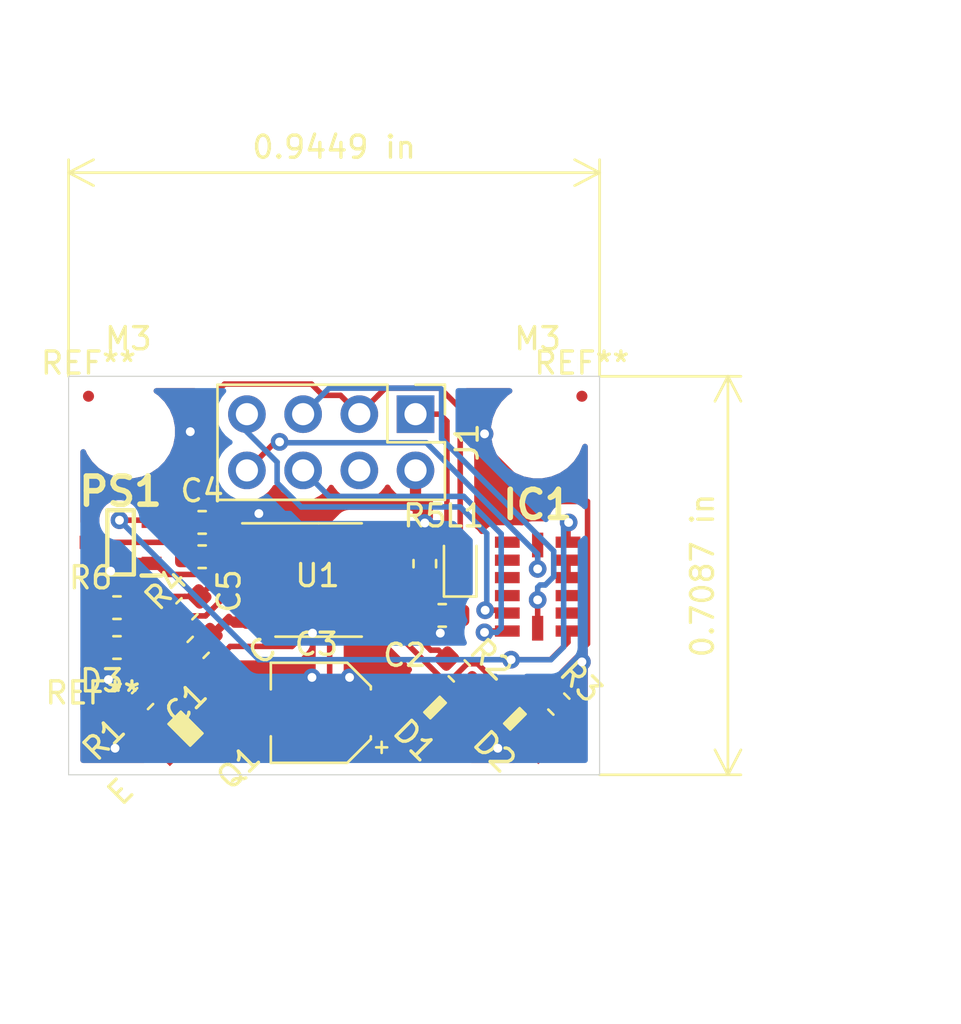
<source format=kicad_pcb>
(kicad_pcb (version 20171130) (host pcbnew "(5.1.2)-2")

  (general
    (thickness 1.6)
    (drawings 11)
    (tracks 226)
    (zones 0)
    (modules 25)
    (nets 25)
  )

  (page A4)
  (layers
    (0 F.Cu signal)
    (31 B.Cu signal)
    (32 B.Adhes user)
    (33 F.Adhes user)
    (34 B.Paste user)
    (35 F.Paste user)
    (36 B.SilkS user)
    (37 F.SilkS user)
    (38 B.Mask user)
    (39 F.Mask user)
    (40 Dwgs.User user)
    (41 Cmts.User user)
    (42 Eco1.User user)
    (43 Eco2.User user)
    (44 Edge.Cuts user)
    (45 Margin user)
    (46 B.CrtYd user)
    (47 F.CrtYd user)
    (48 B.Fab user hide)
    (49 F.Fab user hide)
  )

  (setup
    (last_trace_width 0.25)
    (trace_clearance 0.2)
    (zone_clearance 0.508)
    (zone_45_only no)
    (trace_min 0.2)
    (via_size 0.8)
    (via_drill 0.4)
    (via_min_size 0.4)
    (via_min_drill 0.3)
    (uvia_size 0.3)
    (uvia_drill 0.1)
    (uvias_allowed no)
    (uvia_min_size 0.2)
    (uvia_min_drill 0.1)
    (edge_width 0.05)
    (segment_width 0.2)
    (pcb_text_width 0.3)
    (pcb_text_size 1.5 1.5)
    (mod_edge_width 0.12)
    (mod_text_size 1 1)
    (mod_text_width 0.15)
    (pad_size 1.524 1.524)
    (pad_drill 0.762)
    (pad_to_mask_clearance 0.051)
    (solder_mask_min_width 0.25)
    (aux_axis_origin 0 0)
    (visible_elements 7FFFFFFF)
    (pcbplotparams
      (layerselection 0x010e0_ffffffff)
      (usegerberextensions false)
      (usegerberattributes false)
      (usegerberadvancedattributes false)
      (creategerberjobfile false)
      (excludeedgelayer true)
      (linewidth 0.100000)
      (plotframeref false)
      (viasonmask false)
      (mode 1)
      (useauxorigin false)
      (hpglpennumber 1)
      (hpglpenspeed 20)
      (hpglpendiameter 15.000000)
      (psnegative false)
      (psa4output false)
      (plotreference true)
      (plotvalue true)
      (plotinvisibletext false)
      (padsonsilk false)
      (subtractmaskfromsilk false)
      (outputformat 1)
      (mirror false)
      (drillshape 0)
      (scaleselection 1)
      (outputdirectory "Gerb-ver2/"))
  )

  (net 0 "")
  (net 1 "Net-(C1-Pad1)")
  (net 2 "Net-(C2-Pad1)")
  (net 3 "Net-(D1-Pad2)")
  (net 4 "Net-(D2-Pad2)")
  (net 5 "Net-(D3-Pad2)")
  (net 6 "Net-(R2-Pad1)")
  (net 7 "Net-(R3-Pad1)")
  (net 8 "Net-(R4-Pad2)")
  (net 9 "Net-(R5-Pad2)")
  (net 10 "Net-(U1-Pad1)")
  (net 11 +3V3)
  (net 12 GND)
  (net 13 VCC)
  (net 14 "Net-(IC1-Pad3)")
  (net 15 CS)
  (net 16 "Net-(IC1-Pad8)")
  (net 17 "Net-(IC1-Pad9)")
  (net 18 "Net-(IC1-Pad10)")
  (net 19 "Net-(IC1-Pad11)")
  (net 20 MISO)
  (net 21 MOSI)
  (net 22 SCLK)
  (net 23 "Net-(J1-Pad4)")
  (net 24 OUT)

  (net_class Default "This is the default net class."
    (clearance 0.2)
    (trace_width 0.25)
    (via_dia 0.8)
    (via_drill 0.4)
    (uvia_dia 0.3)
    (uvia_drill 0.1)
    (add_net +3V3)
    (add_net CS)
    (add_net GND)
    (add_net MISO)
    (add_net MOSI)
    (add_net "Net-(C1-Pad1)")
    (add_net "Net-(C2-Pad1)")
    (add_net "Net-(D1-Pad2)")
    (add_net "Net-(D2-Pad2)")
    (add_net "Net-(D3-Pad2)")
    (add_net "Net-(IC1-Pad10)")
    (add_net "Net-(IC1-Pad11)")
    (add_net "Net-(IC1-Pad3)")
    (add_net "Net-(IC1-Pad8)")
    (add_net "Net-(IC1-Pad9)")
    (add_net "Net-(J1-Pad4)")
    (add_net "Net-(R2-Pad1)")
    (add_net "Net-(R3-Pad1)")
    (add_net "Net-(R4-Pad2)")
    (add_net "Net-(R5-Pad2)")
    (add_net "Net-(U1-Pad1)")
    (add_net OUT)
    (add_net SCLK)
    (add_net VCC)
  )

  (module MountingHole:MountingHole_3.2mm_M3 (layer F.Cu) (tedit 56D1B4CB) (tstamp 6328A507)
    (at 98.1 60.5)
    (descr "Mounting Hole 3.2mm, no annular, M3")
    (tags "mounting hole 3.2mm no annular m3")
    (attr virtual)
    (fp_text reference M3 (at 0 -4.2) (layer F.SilkS)
      (effects (font (size 1 1) (thickness 0.15)))
    )
    (fp_text value MountingHole_3.2mm_M3 (at 0 4.2) (layer F.Fab)
      (effects (font (size 1 1) (thickness 0.15)))
    )
    (fp_circle (center 0 0) (end 3.45 0) (layer F.CrtYd) (width 0.05))
    (fp_circle (center 0 0) (end 3.2 0) (layer Cmts.User) (width 0.15))
    (fp_text user %R (at 0.3 0) (layer F.Fab)
      (effects (font (size 1 1) (thickness 0.15)))
    )
    (pad 1 np_thru_hole circle (at 0 0) (size 3.2 3.2) (drill 3.2) (layers *.Cu *.Mask))
  )

  (module Fiducial:Fiducial_0.5mm_Mask1mm (layer F.Cu) (tedit 5C18CB26) (tstamp 6328D0AC)
    (at 78 73.8)
    (descr "Circular Fiducial, 0.5mm bare copper, 1mm soldermask opening (Level C)")
    (tags fiducial)
    (attr smd)
    (fp_text reference REF** (at 0 -1.5) (layer F.SilkS)
      (effects (font (size 1 1) (thickness 0.15)))
    )
    (fp_text value Fiducial_0.5mm_Mask1mm (at 0 1.5) (layer F.Fab)
      (effects (font (size 1 1) (thickness 0.15)))
    )
    (fp_circle (center 0 0) (end 0.75 0) (layer F.CrtYd) (width 0.05))
    (fp_text user %R (at 0 0) (layer F.Fab)
      (effects (font (size 0.2 0.2) (thickness 0.04)))
    )
    (fp_circle (center 0 0) (end 0.5 0) (layer F.Fab) (width 0.1))
    (pad "" smd circle (at 0 0) (size 0.5 0.5) (layers F.Cu F.Mask)
      (solder_mask_margin 0.25) (clearance 0.25))
  )

  (module Fiducial:Fiducial_0.5mm_Mask1mm (layer F.Cu) (tedit 5C18CB26) (tstamp 6328D08F)
    (at 77.8 58.9)
    (descr "Circular Fiducial, 0.5mm bare copper, 1mm soldermask opening (Level C)")
    (tags fiducial)
    (attr smd)
    (fp_text reference REF** (at 0 -1.5) (layer F.SilkS)
      (effects (font (size 1 1) (thickness 0.15)))
    )
    (fp_text value Fiducial_0.5mm_Mask1mm (at 0 1.5) (layer F.Fab)
      (effects (font (size 1 1) (thickness 0.15)))
    )
    (fp_circle (center 0 0) (end 0.75 0) (layer F.CrtYd) (width 0.05))
    (fp_text user %R (at 0 0) (layer F.Fab)
      (effects (font (size 0.2 0.2) (thickness 0.04)))
    )
    (fp_circle (center 0 0) (end 0.5 0) (layer F.Fab) (width 0.1))
    (pad "" smd circle (at 0 0) (size 0.5 0.5) (layers F.Cu F.Mask)
      (solder_mask_margin 0.25) (clearance 0.25))
  )

  (module Fiducial:Fiducial_0.5mm_Mask1mm (layer F.Cu) (tedit 5C18CB26) (tstamp 6328D072)
    (at 100.1 58.9)
    (descr "Circular Fiducial, 0.5mm bare copper, 1mm soldermask opening (Level C)")
    (tags fiducial)
    (attr smd)
    (fp_text reference REF** (at 0 -1.5) (layer F.SilkS)
      (effects (font (size 1 1) (thickness 0.15)))
    )
    (fp_text value Fiducial_0.5mm_Mask1mm (at 0 1.5) (layer F.Fab)
      (effects (font (size 1 1) (thickness 0.15)))
    )
    (fp_circle (center 0 0) (end 0.75 0) (layer F.CrtYd) (width 0.05))
    (fp_text user %R (at 0 0) (layer F.Fab)
      (effects (font (size 0.2 0.2) (thickness 0.04)))
    )
    (fp_circle (center 0 0) (end 0.5 0) (layer F.Fab) (width 0.1))
    (pad "" smd circle (at 0 0) (size 0.5 0.5) (layers F.Cu F.Mask)
      (solder_mask_margin 0.25) (clearance 0.25))
  )

  (module Connector_PinHeader_2.54mm:PinHeader_2x04_P2.54mm_Vertical (layer F.Cu) (tedit 59FED5CC) (tstamp 6328A67F)
    (at 92.58 59.71 270)
    (descr "Through hole straight pin header, 2x04, 2.54mm pitch, double rows")
    (tags "Through hole pin header THT 2x04 2.54mm double row")
    (path /632E8C3E)
    (fp_text reference J1 (at 1.27 -2.33 90) (layer F.SilkS)
      (effects (font (size 1 1) (thickness 0.15)))
    )
    (fp_text value Conn_01x08_Male (at 1.27 9.95 90) (layer F.Fab)
      (effects (font (size 1 1) (thickness 0.15)))
    )
    (fp_line (start 0 -1.27) (end 3.81 -1.27) (layer F.Fab) (width 0.1))
    (fp_line (start 3.81 -1.27) (end 3.81 8.89) (layer F.Fab) (width 0.1))
    (fp_line (start 3.81 8.89) (end -1.27 8.89) (layer F.Fab) (width 0.1))
    (fp_line (start -1.27 8.89) (end -1.27 0) (layer F.Fab) (width 0.1))
    (fp_line (start -1.27 0) (end 0 -1.27) (layer F.Fab) (width 0.1))
    (fp_line (start -1.33 8.95) (end 3.87 8.95) (layer F.SilkS) (width 0.12))
    (fp_line (start -1.33 1.27) (end -1.33 8.95) (layer F.SilkS) (width 0.12))
    (fp_line (start 3.87 -1.33) (end 3.87 8.95) (layer F.SilkS) (width 0.12))
    (fp_line (start -1.33 1.27) (end 1.27 1.27) (layer F.SilkS) (width 0.12))
    (fp_line (start 1.27 1.27) (end 1.27 -1.33) (layer F.SilkS) (width 0.12))
    (fp_line (start 1.27 -1.33) (end 3.87 -1.33) (layer F.SilkS) (width 0.12))
    (fp_line (start -1.33 0) (end -1.33 -1.33) (layer F.SilkS) (width 0.12))
    (fp_line (start -1.33 -1.33) (end 0 -1.33) (layer F.SilkS) (width 0.12))
    (fp_line (start -1.8 -1.8) (end -1.8 9.4) (layer F.CrtYd) (width 0.05))
    (fp_line (start -1.8 9.4) (end 4.35 9.4) (layer F.CrtYd) (width 0.05))
    (fp_line (start 4.35 9.4) (end 4.35 -1.8) (layer F.CrtYd) (width 0.05))
    (fp_line (start 4.35 -1.8) (end -1.8 -1.8) (layer F.CrtYd) (width 0.05))
    (fp_text user %R (at 1.27 3.81) (layer F.Fab)
      (effects (font (size 1 1) (thickness 0.15)))
    )
    (pad 1 thru_hole rect (at 0 0 270) (size 1.7 1.7) (drill 1) (layers *.Cu *.Mask)
      (net 24 OUT))
    (pad 2 thru_hole oval (at 2.54 0 270) (size 1.7 1.7) (drill 1) (layers *.Cu *.Mask)
      (net 12 GND))
    (pad 3 thru_hole oval (at 0 2.54 270) (size 1.7 1.7) (drill 1) (layers *.Cu *.Mask)
      (net 13 VCC))
    (pad 4 thru_hole oval (at 2.54 2.54 270) (size 1.7 1.7) (drill 1) (layers *.Cu *.Mask)
      (net 23 "Net-(J1-Pad4)"))
    (pad 5 thru_hole oval (at 0 5.08 270) (size 1.7 1.7) (drill 1) (layers *.Cu *.Mask)
      (net 22 SCLK))
    (pad 6 thru_hole oval (at 2.54 5.08 270) (size 1.7 1.7) (drill 1) (layers *.Cu *.Mask)
      (net 21 MOSI))
    (pad 7 thru_hole oval (at 0 7.62 270) (size 1.7 1.7) (drill 1) (layers *.Cu *.Mask)
      (net 20 MISO))
    (pad 8 thru_hole oval (at 2.54 7.62 270) (size 1.7 1.7) (drill 1) (layers *.Cu *.Mask)
      (net 15 CS))
    (model ${KISYS3DMOD}/Connector_PinHeader_2.54mm.3dshapes/PinHeader_2x04_P2.54mm_Vertical.wrl
      (at (xyz 0 0 0))
      (scale (xyz 1 1 1))
      (rotate (xyz 0 0 0))
    )
  )

  (module Resistor_SMD:R_0603_1608Metric (layer F.Cu) (tedit 5B301BBD) (tstamp 6303CB01)
    (at 99.056847 72.806847 315)
    (descr "Resistor SMD 0603 (1608 Metric), square (rectangular) end terminal, IPC_7351 nominal, (Body size source: http://www.tortai-tech.com/upload/download/2011102023233369053.pdf), generated with kicad-footprint-generator")
    (tags resistor)
    (path /63036B84)
    (attr smd)
    (fp_text reference R3 (at 0 -1.43 135) (layer F.SilkS)
      (effects (font (size 1 1) (thickness 0.15)))
    )
    (fp_text value 866R (at 0 1.43 135) (layer F.Fab)
      (effects (font (size 1 1) (thickness 0.15)))
    )
    (fp_line (start -0.8 0.4) (end -0.8 -0.4) (layer F.Fab) (width 0.1))
    (fp_line (start -0.8 -0.4) (end 0.8 -0.4) (layer F.Fab) (width 0.1))
    (fp_line (start 0.8 -0.4) (end 0.8 0.4) (layer F.Fab) (width 0.1))
    (fp_line (start 0.8 0.4) (end -0.8 0.4) (layer F.Fab) (width 0.1))
    (fp_line (start -0.162779 -0.51) (end 0.162779 -0.51) (layer F.SilkS) (width 0.12))
    (fp_line (start -0.162779 0.51) (end 0.162779 0.51) (layer F.SilkS) (width 0.12))
    (fp_line (start -1.48 0.73) (end -1.48 -0.73) (layer F.CrtYd) (width 0.05))
    (fp_line (start -1.48 -0.73) (end 1.48 -0.73) (layer F.CrtYd) (width 0.05))
    (fp_line (start 1.48 -0.73) (end 1.48 0.73) (layer F.CrtYd) (width 0.05))
    (fp_line (start 1.48 0.73) (end -1.48 0.73) (layer F.CrtYd) (width 0.05))
    (fp_text user %R (at 0 0 135) (layer F.Fab)
      (effects (font (size 0.4 0.4) (thickness 0.06)))
    )
    (pad 1 smd roundrect (at -0.7875 0 315) (size 0.875 0.95) (layers F.Cu F.Paste F.Mask) (roundrect_rratio 0.25)
      (net 7 "Net-(R3-Pad1)"))
    (pad 2 smd roundrect (at 0.7875 0 315) (size 0.875 0.95) (layers F.Cu F.Paste F.Mask) (roundrect_rratio 0.25)
      (net 4 "Net-(D2-Pad2)"))
    (model ${KISYS3DMOD}/Resistor_SMD.3dshapes/R_0603_1608Metric.wrl
      (at (xyz 0 0 0))
      (scale (xyz 1 1 1))
      (rotate (xyz 0 0 0))
    )
  )

  (module Capacitor_SMD:C_0603_1608Metric (layer F.Cu) (tedit 5B301BBE) (tstamp 6328A317)
    (at 93.7875 68.8 180)
    (descr "Capacitor SMD 0603 (1608 Metric), square (rectangular) end terminal, IPC_7351 nominal, (Body size source: http://www.tortai-tech.com/upload/download/2011102023233369053.pdf), generated with kicad-footprint-generator")
    (tags capacitor)
    (path /6303C1DF)
    (attr smd)
    (fp_text reference C2 (at 1.6875 -1.8 180) (layer F.SilkS)
      (effects (font (size 1 1) (thickness 0.15)))
    )
    (fp_text value 100n (at 0 1.43) (layer F.Fab)
      (effects (font (size 1 1) (thickness 0.15)))
    )
    (fp_text user %R (at 0 0) (layer F.Fab)
      (effects (font (size 0.4 0.4) (thickness 0.06)))
    )
    (fp_line (start 1.48 0.73) (end -1.48 0.73) (layer F.CrtYd) (width 0.05))
    (fp_line (start 1.48 -0.73) (end 1.48 0.73) (layer F.CrtYd) (width 0.05))
    (fp_line (start -1.48 -0.73) (end 1.48 -0.73) (layer F.CrtYd) (width 0.05))
    (fp_line (start -1.48 0.73) (end -1.48 -0.73) (layer F.CrtYd) (width 0.05))
    (fp_line (start -0.162779 0.51) (end 0.162779 0.51) (layer F.SilkS) (width 0.12))
    (fp_line (start -0.162779 -0.51) (end 0.162779 -0.51) (layer F.SilkS) (width 0.12))
    (fp_line (start 0.8 0.4) (end -0.8 0.4) (layer F.Fab) (width 0.1))
    (fp_line (start 0.8 -0.4) (end 0.8 0.4) (layer F.Fab) (width 0.1))
    (fp_line (start -0.8 -0.4) (end 0.8 -0.4) (layer F.Fab) (width 0.1))
    (fp_line (start -0.8 0.4) (end -0.8 -0.4) (layer F.Fab) (width 0.1))
    (pad 2 smd roundrect (at 0.7875 0 180) (size 0.875 0.95) (layers F.Cu F.Paste F.Mask) (roundrect_rratio 0.25)
      (net 12 GND))
    (pad 1 smd roundrect (at -0.7875 0 180) (size 0.875 0.95) (layers F.Cu F.Paste F.Mask) (roundrect_rratio 0.25)
      (net 2 "Net-(C2-Pad1)"))
    (model ${KISYS3DMOD}/Capacitor_SMD.3dshapes/C_0603_1608Metric.wrl
      (at (xyz 0 0 0))
      (scale (xyz 1 1 1))
      (rotate (xyz 0 0 0))
    )
  )

  (module SamacSys_Parts:SOT95P280X130-3N (layer F.Cu) (tedit 0) (tstamp 63289C6C)
    (at 79.25 65.5 180)
    (descr SOT-23)
    (tags "Power Supply")
    (path /632A787E)
    (attr smd)
    (fp_text reference PS1 (at 0 2.3) (layer F.SilkS)
      (effects (font (size 1.27 1.27) (thickness 0.254)))
    )
    (fp_text value XC6206P332MR-G (at 14.35 0) (layer F.SilkS) hide
      (effects (font (size 1.27 1.27) (thickness 0.254)))
    )
    (fp_line (start -1.85 -1.5) (end -0.95 -1.5) (layer F.SilkS) (width 0.2))
    (fp_line (start -0.6 1.45) (end -0.6 -1.45) (layer F.SilkS) (width 0.2))
    (fp_line (start 0.6 1.45) (end -0.6 1.45) (layer F.SilkS) (width 0.2))
    (fp_line (start 0.6 -1.45) (end 0.6 1.45) (layer F.SilkS) (width 0.2))
    (fp_line (start -0.6 -1.45) (end 0.6 -1.45) (layer F.SilkS) (width 0.2))
    (fp_line (start -0.825 -0.5) (end 0.125 -1.45) (layer F.Fab) (width 0.1))
    (fp_line (start -0.825 1.45) (end -0.825 -1.45) (layer F.Fab) (width 0.1))
    (fp_line (start 0.825 1.45) (end -0.825 1.45) (layer F.Fab) (width 0.1))
    (fp_line (start 0.825 -1.45) (end 0.825 1.45) (layer F.Fab) (width 0.1))
    (fp_line (start -0.825 -1.45) (end 0.825 -1.45) (layer F.Fab) (width 0.1))
    (fp_line (start -2.1 1.8) (end -2.1 -1.8) (layer F.CrtYd) (width 0.05))
    (fp_line (start 2.1 1.8) (end -2.1 1.8) (layer F.CrtYd) (width 0.05))
    (fp_line (start 2.1 -1.8) (end 2.1 1.8) (layer F.CrtYd) (width 0.05))
    (fp_line (start -2.1 -1.8) (end 2.1 -1.8) (layer F.CrtYd) (width 0.05))
    (fp_text user %R (at 0 0) (layer F.Fab)
      (effects (font (size 1.27 1.27) (thickness 0.254)))
    )
    (pad 3 smd rect (at 1.4 0 270) (size 0.6 0.9) (layers F.Cu F.Paste F.Mask)
      (net 13 VCC))
    (pad 2 smd rect (at -1.4 0.95 270) (size 0.6 0.9) (layers F.Cu F.Paste F.Mask)
      (net 11 +3V3))
    (pad 1 smd rect (at -1.4 -0.95 270) (size 0.6 0.9) (layers F.Cu F.Paste F.Mask)
      (net 12 GND))
    (model "C:\\Program Files\\KiCad\\share\\kicad\\library\\SamacSys_Parts.3dshapes\\XC6206P332MR-G.stp"
      (at (xyz 0 0 0))
      (scale (xyz 1 1 1))
      (rotate (xyz 0 0 0))
    )
  )

  (module Capacitor_SMD:C_0603_1608Metric (layer F.Cu) (tedit 5B301BBE) (tstamp 63289F9E)
    (at 82.9375 64.6)
    (descr "Capacitor SMD 0603 (1608 Metric), square (rectangular) end terminal, IPC_7351 nominal, (Body size source: http://www.tortai-tech.com/upload/download/2011102023233369053.pdf), generated with kicad-footprint-generator")
    (tags capacitor)
    (path /632B5D08)
    (attr smd)
    (fp_text reference C4 (at 0 -1.43) (layer F.SilkS)
      (effects (font (size 1 1) (thickness 0.15)))
    )
    (fp_text value 1u (at 0 1.43) (layer F.Fab)
      (effects (font (size 1 1) (thickness 0.15)))
    )
    (fp_line (start -0.8 0.4) (end -0.8 -0.4) (layer F.Fab) (width 0.1))
    (fp_line (start -0.8 -0.4) (end 0.8 -0.4) (layer F.Fab) (width 0.1))
    (fp_line (start 0.8 -0.4) (end 0.8 0.4) (layer F.Fab) (width 0.1))
    (fp_line (start 0.8 0.4) (end -0.8 0.4) (layer F.Fab) (width 0.1))
    (fp_line (start -0.162779 -0.51) (end 0.162779 -0.51) (layer F.SilkS) (width 0.12))
    (fp_line (start -0.162779 0.51) (end 0.162779 0.51) (layer F.SilkS) (width 0.12))
    (fp_line (start -1.48 0.73) (end -1.48 -0.73) (layer F.CrtYd) (width 0.05))
    (fp_line (start -1.48 -0.73) (end 1.48 -0.73) (layer F.CrtYd) (width 0.05))
    (fp_line (start 1.48 -0.73) (end 1.48 0.73) (layer F.CrtYd) (width 0.05))
    (fp_line (start 1.48 0.73) (end -1.48 0.73) (layer F.CrtYd) (width 0.05))
    (fp_text user %R (at 0 0) (layer F.Fab)
      (effects (font (size 0.4 0.4) (thickness 0.06)))
    )
    (pad 1 smd roundrect (at -0.7875 0) (size 0.875 0.95) (layers F.Cu F.Paste F.Mask) (roundrect_rratio 0.25)
      (net 11 +3V3))
    (pad 2 smd roundrect (at 0.7875 0) (size 0.875 0.95) (layers F.Cu F.Paste F.Mask) (roundrect_rratio 0.25)
      (net 12 GND))
    (model ${KISYS3DMOD}/Capacitor_SMD.3dshapes/C_0603_1608Metric.wrl
      (at (xyz 0 0 0))
      (scale (xyz 1 1 1))
      (rotate (xyz 0 0 0))
    )
  )

  (module SamacSys_Parts:LGA14R80P3X6_300X500X100 (layer F.Cu) (tedit 0) (tstamp 6328AE88)
    (at 98.1 67.5 180)
    (descr LGA14R80P3X6_300X500X100)
    (tags "Integrated Circuit")
    (path /63282D1F)
    (attr smd)
    (fp_text reference IC1 (at 0 3.7) (layer F.SilkS)
      (effects (font (size 1.27 1.27) (thickness 0.254)))
    )
    (fp_text value ADXL345BCCZ (at -3.5 -12.6) (layer F.SilkS) hide
      (effects (font (size 1.27 1.27) (thickness 0.254)))
    )
    (fp_line (start -1.4986 -2.4892) (end -1.4986 2.4892) (layer F.Fab) (width 0.1524))
    (fp_line (start 1.4986 -2.4892) (end -1.4986 -2.4892) (layer F.Fab) (width 0.1524))
    (fp_line (start 1.4986 2.4892) (end 1.4986 -2.4892) (layer F.Fab) (width 0.1524))
    (fp_line (start -1.4986 2.4892) (end 1.4986 2.4892) (layer F.Fab) (width 0.1524))
    (fp_line (start 1.6256 -2.2606) (end 1.4986 -2.2606) (layer F.Fab) (width 0.1524))
    (fp_line (start 1.6256 -1.7526) (end 1.6256 -2.2606) (layer F.Fab) (width 0.1524))
    (fp_line (start 1.4986 -1.7526) (end 1.6256 -1.7526) (layer F.Fab) (width 0.1524))
    (fp_line (start 1.4986 -2.2606) (end 1.4986 -1.7526) (layer F.Fab) (width 0.1524))
    (fp_line (start 1.6256 -1.4478) (end 1.4986 -1.4478) (layer F.Fab) (width 0.1524))
    (fp_line (start 1.6256 -0.9398) (end 1.6256 -1.4478) (layer F.Fab) (width 0.1524))
    (fp_line (start 1.4986 -0.9398) (end 1.6256 -0.9398) (layer F.Fab) (width 0.1524))
    (fp_line (start 1.4986 -1.4478) (end 1.4986 -0.9398) (layer F.Fab) (width 0.1524))
    (fp_line (start 1.6256 -0.6604) (end 1.4986 -0.6604) (layer F.Fab) (width 0.1524))
    (fp_line (start 1.6256 -0.1524) (end 1.6256 -0.6604) (layer F.Fab) (width 0.1524))
    (fp_line (start 1.4986 -0.1524) (end 1.6256 -0.1524) (layer F.Fab) (width 0.1524))
    (fp_line (start 1.4986 -0.6604) (end 1.4986 -0.1524) (layer F.Fab) (width 0.1524))
    (fp_line (start 1.6256 0.1524) (end 1.4986 0.1524) (layer F.Fab) (width 0.1524))
    (fp_line (start 1.6256 0.6604) (end 1.6256 0.1524) (layer F.Fab) (width 0.1524))
    (fp_line (start 1.4986 0.6604) (end 1.6256 0.6604) (layer F.Fab) (width 0.1524))
    (fp_line (start 1.4986 0.1524) (end 1.4986 0.6604) (layer F.Fab) (width 0.1524))
    (fp_line (start 1.6256 0.9398) (end 1.4986 0.9398) (layer F.Fab) (width 0.1524))
    (fp_line (start 1.6256 1.4478) (end 1.6256 0.9398) (layer F.Fab) (width 0.1524))
    (fp_line (start 1.4986 1.4478) (end 1.6256 1.4478) (layer F.Fab) (width 0.1524))
    (fp_line (start 1.4986 0.9398) (end 1.4986 1.4478) (layer F.Fab) (width 0.1524))
    (fp_line (start 1.6256 1.7526) (end 1.4986 1.7526) (layer F.Fab) (width 0.1524))
    (fp_line (start 1.6256 2.2606) (end 1.6256 1.7526) (layer F.Fab) (width 0.1524))
    (fp_line (start 1.4986 2.2606) (end 1.6256 2.2606) (layer F.Fab) (width 0.1524))
    (fp_line (start 1.4986 1.7526) (end 1.4986 2.2606) (layer F.Fab) (width 0.1524))
    (fp_line (start -0.254 2.4892) (end 0.254 2.4892) (layer F.Fab) (width 0.1524))
    (fp_line (start -1.6256 2.2606) (end -1.4986 2.2606) (layer F.Fab) (width 0.1524))
    (fp_line (start -1.6256 1.7526) (end -1.6256 2.2606) (layer F.Fab) (width 0.1524))
    (fp_line (start -1.4986 1.7526) (end -1.6256 1.7526) (layer F.Fab) (width 0.1524))
    (fp_line (start -1.4986 2.2606) (end -1.4986 1.7526) (layer F.Fab) (width 0.1524))
    (fp_line (start -1.6256 1.4478) (end -1.4986 1.4478) (layer F.Fab) (width 0.1524))
    (fp_line (start -1.6256 0.9398) (end -1.6256 1.4478) (layer F.Fab) (width 0.1524))
    (fp_line (start -1.4986 0.9398) (end -1.6256 0.9398) (layer F.Fab) (width 0.1524))
    (fp_line (start -1.4986 1.4478) (end -1.4986 0.9398) (layer F.Fab) (width 0.1524))
    (fp_line (start -1.6256 0.6604) (end -1.4986 0.6604) (layer F.Fab) (width 0.1524))
    (fp_line (start -1.6256 0.1524) (end -1.6256 0.6604) (layer F.Fab) (width 0.1524))
    (fp_line (start -1.4986 0.1524) (end -1.6256 0.1524) (layer F.Fab) (width 0.1524))
    (fp_line (start -1.4986 0.6604) (end -1.4986 0.1524) (layer F.Fab) (width 0.1524))
    (fp_line (start -1.6256 -0.1524) (end -1.4986 -0.1524) (layer F.Fab) (width 0.1524))
    (fp_line (start -1.6256 -0.6604) (end -1.6256 -0.1524) (layer F.Fab) (width 0.1524))
    (fp_line (start -1.4986 -0.6604) (end -1.6256 -0.6604) (layer F.Fab) (width 0.1524))
    (fp_line (start -1.4986 -0.1524) (end -1.4986 -0.6604) (layer F.Fab) (width 0.1524))
    (fp_line (start -1.6256 -0.9398) (end -1.4986 -0.9398) (layer F.Fab) (width 0.1524))
    (fp_line (start -1.6256 -1.4478) (end -1.6256 -0.9398) (layer F.Fab) (width 0.1524))
    (fp_line (start -1.4986 -1.4478) (end -1.6256 -1.4478) (layer F.Fab) (width 0.1524))
    (fp_line (start -1.4986 -0.9398) (end -1.4986 -1.4478) (layer F.Fab) (width 0.1524))
    (fp_line (start -1.6256 -1.7526) (end -1.4986 -1.7526) (layer F.Fab) (width 0.1524))
    (fp_line (start -1.6256 -2.2606) (end -1.6256 -1.7526) (layer F.Fab) (width 0.1524))
    (fp_line (start -1.4986 -2.2606) (end -1.6256 -2.2606) (layer F.Fab) (width 0.1524))
    (fp_line (start -1.4986 -1.7526) (end -1.4986 -2.2606) (layer F.Fab) (width 0.1524))
    (fp_line (start 0.254 -2.4892) (end -0.254 -2.4892) (layer F.Fab) (width 0.1524))
    (fp_line (start -1.4986 -1.2192) (end -0.2286 -2.4892) (layer F.Fab) (width 0.1524))
    (fp_text user %R (at -2.8702 -7.62) (layer F.Fab)
      (effects (font (size 1.27 1.27) (thickness 0.254)))
    )
    (pad 14 smd rect (at 0 -1.8796 180) (size 0.508 1.1176) (layers F.Cu F.Paste F.Mask)
      (net 22 SCLK))
    (pad 13 smd rect (at 1.3716 -2.0066 270) (size 0.508 1.1176) (layers F.Cu F.Paste F.Mask)
      (net 21 MOSI))
    (pad 12 smd rect (at 1.3716 -1.1938 270) (size 0.508 1.1176) (layers F.Cu F.Paste F.Mask)
      (net 20 MISO))
    (pad 11 smd rect (at 1.3716 -0.4064 270) (size 0.508 1.1176) (layers F.Cu F.Paste F.Mask)
      (net 19 "Net-(IC1-Pad11)"))
    (pad 10 smd rect (at 1.3716 0.4064 270) (size 0.508 1.1176) (layers F.Cu F.Paste F.Mask)
      (net 18 "Net-(IC1-Pad10)"))
    (pad 9 smd rect (at 1.3716 1.1938 270) (size 0.508 1.1176) (layers F.Cu F.Paste F.Mask)
      (net 17 "Net-(IC1-Pad9)"))
    (pad 8 smd rect (at 1.3716 2.0066 270) (size 0.508 1.1176) (layers F.Cu F.Paste F.Mask)
      (net 16 "Net-(IC1-Pad8)"))
    (pad 7 smd rect (at 0 1.8796 180) (size 0.508 1.1176) (layers F.Cu F.Paste F.Mask)
      (net 15 CS))
    (pad 6 smd rect (at -1.3716 2.0066 270) (size 0.508 1.1176) (layers F.Cu F.Paste F.Mask)
      (net 11 +3V3))
    (pad 5 smd rect (at -1.3716 1.1938 270) (size 0.508 1.1176) (layers F.Cu F.Paste F.Mask)
      (net 12 GND))
    (pad 4 smd rect (at -1.3716 0.4064 270) (size 0.508 1.1176) (layers F.Cu F.Paste F.Mask)
      (net 12 GND))
    (pad 3 smd rect (at -1.3716 -0.4064 270) (size 0.508 1.1176) (layers F.Cu F.Paste F.Mask)
      (net 14 "Net-(IC1-Pad3)"))
    (pad 2 smd rect (at -1.3716 -1.1938 270) (size 0.508 1.1176) (layers F.Cu F.Paste F.Mask)
      (net 12 GND))
    (pad 1 smd rect (at -1.3716 -2.0066 270) (size 0.508 1.1176) (layers F.Cu F.Paste F.Mask)
      (net 11 +3V3))
    (model "C:\\Program Files\\KiCad\\share\\kicad\\library\\SamacSys_Parts.3dshapes\\ADXL345BCCZ.stp"
      (offset (xyz 0 0 0.6100000051438449))
      (scale (xyz 1 1 1))
      (rotate (xyz -180 0 0))
    )
  )

  (module Capacitor_SMD:C_0603_1608Metric (layer F.Cu) (tedit 5B301BBE) (tstamp 6328A1E2)
    (at 82.9375 66.15)
    (descr "Capacitor SMD 0603 (1608 Metric), square (rectangular) end terminal, IPC_7351 nominal, (Body size source: http://www.tortai-tech.com/upload/download/2011102023233369053.pdf), generated with kicad-footprint-generator")
    (tags capacitor)
    (path /632B2200)
    (attr smd)
    (fp_text reference C5 (at 1.2125 1.55 90) (layer F.SilkS)
      (effects (font (size 1 1) (thickness 0.15)))
    )
    (fp_text value 1u (at 0 1.43) (layer F.Fab)
      (effects (font (size 1 1) (thickness 0.15)))
    )
    (fp_text user %R (at 0 0) (layer F.Fab)
      (effects (font (size 0.4 0.4) (thickness 0.06)))
    )
    (fp_line (start 1.48 0.73) (end -1.48 0.73) (layer F.CrtYd) (width 0.05))
    (fp_line (start 1.48 -0.73) (end 1.48 0.73) (layer F.CrtYd) (width 0.05))
    (fp_line (start -1.48 -0.73) (end 1.48 -0.73) (layer F.CrtYd) (width 0.05))
    (fp_line (start -1.48 0.73) (end -1.48 -0.73) (layer F.CrtYd) (width 0.05))
    (fp_line (start -0.162779 0.51) (end 0.162779 0.51) (layer F.SilkS) (width 0.12))
    (fp_line (start -0.162779 -0.51) (end 0.162779 -0.51) (layer F.SilkS) (width 0.12))
    (fp_line (start 0.8 0.4) (end -0.8 0.4) (layer F.Fab) (width 0.1))
    (fp_line (start 0.8 -0.4) (end 0.8 0.4) (layer F.Fab) (width 0.1))
    (fp_line (start -0.8 -0.4) (end 0.8 -0.4) (layer F.Fab) (width 0.1))
    (fp_line (start -0.8 0.4) (end -0.8 -0.4) (layer F.Fab) (width 0.1))
    (pad 2 smd roundrect (at 0.7875 0) (size 0.875 0.95) (layers F.Cu F.Paste F.Mask) (roundrect_rratio 0.25)
      (net 12 GND))
    (pad 1 smd roundrect (at -0.7875 0) (size 0.875 0.95) (layers F.Cu F.Paste F.Mask) (roundrect_rratio 0.25)
      (net 13 VCC))
    (model ${KISYS3DMOD}/Capacitor_SMD.3dshapes/C_0603_1608Metric.wrl
      (at (xyz 0 0 0))
      (scale (xyz 1 1 1))
      (rotate (xyz 0 0 0))
    )
  )

  (module library:SFH3015FA locked (layer F.Cu) (tedit 63036CD0) (tstamp 6303C02E)
    (at 82.537437 73.562563 45)
    (path /6303A6B3)
    (fp_text reference Q1 (at -0.05 2.95 45) (layer F.SilkS)
      (effects (font (size 1 1) (thickness 0.15)))
    )
    (fp_text value SFH3015FASMALL-FOOTPRINT (at -0.05 -3.74 45) (layer F.Fab)
      (effects (font (size 1 1) (thickness 0.15)))
    )
    (fp_poly (pts (xy -0.9 -0.7) (xy -0.9 0.7) (xy -0.1 0.7) (xy -0.1 -0.7)) (layer F.SilkS) (width 0.1))
    (fp_text user C (at 4.42 -0.02 45) (layer F.SilkS)
      (effects (font (size 1 1) (thickness 0.15)))
    )
    (fp_text user E (at -4.590001 -0.06 45) (layer F.SilkS)
      (effects (font (size 1 1) (thickness 0.15)))
    )
    (pad 2 smd rect (at 1.75 0 45) (size 0.9 1.4) (layers F.Cu F.Paste F.Mask)
      (net 2 "Net-(C2-Pad1)"))
    (pad 1 smd rect (at -1.75 0 45) (size 0.9 1.4) (layers F.Cu F.Paste F.Mask)
      (net 1 "Net-(C1-Pad1)"))
  )

  (module MountingHole:MountingHole_3.2mm_M3 (layer F.Cu) (tedit 56D1B4CB) (tstamp 6303D8D6)
    (at 79.6 60.5)
    (descr "Mounting Hole 3.2mm, no annular, M3")
    (tags "mounting hole 3.2mm no annular m3")
    (attr virtual)
    (fp_text reference M3 (at 0 -4.2) (layer F.SilkS)
      (effects (font (size 1 1) (thickness 0.15)))
    )
    (fp_text value MountingHole_3.2mm_M3 (at 0 4.2) (layer F.Fab)
      (effects (font (size 1 1) (thickness 0.15)))
    )
    (fp_circle (center 0 0) (end 3.45 0) (layer F.CrtYd) (width 0.05))
    (fp_circle (center 0 0) (end 3.2 0) (layer Cmts.User) (width 0.15))
    (fp_text user %R (at 0.3 0) (layer F.Fab)
      (effects (font (size 1 1) (thickness 0.15)))
    )
    (pad 1 np_thru_hole circle (at 0 0) (size 3.2 3.2) (drill 3.2) (layers *.Cu *.Mask))
  )

  (module library:SFH4045N locked (layer F.Cu) (tedit 63036198) (tstamp 6303B1B1)
    (at 93.745406 73.245406 315)
    (path /63039798)
    (fp_text reference D1 (at 0 1.7 135) (layer F.SilkS)
      (effects (font (size 1 1) (thickness 0.15)))
    )
    (fp_text value SFH4045N (at 0.1 -3.9 135) (layer F.Fab)
      (effects (font (size 1 1) (thickness 0.15)))
    )
    (fp_poly (pts (xy -0.6 0.5) (xy -0.2 0.5) (xy -0.2 -0.5) (xy -0.6 -0.5)) (layer F.SilkS) (width 0.1))
    (pad 2 smd rect (at 1.35 0 315) (size 0.9 1.4) (layers F.Cu F.Paste F.Mask)
      (net 3 "Net-(D1-Pad2)"))
    (pad 1 smd rect (at -1.35 0 315) (size 0.9 1.4) (layers F.Cu F.Paste F.Mask)
      (net 12 GND))
  )

  (module library:SFH4045N locked (layer F.Cu) (tedit 63036198) (tstamp 6303B1B8)
    (at 97.354594 73.754594 315)
    (path /63037CE6)
    (fp_text reference D2 (at 0 1.7 135) (layer F.SilkS)
      (effects (font (size 1 1) (thickness 0.15)))
    )
    (fp_text value SFH4045N (at 0.1 -3.9 135) (layer F.Fab)
      (effects (font (size 1 1) (thickness 0.15)))
    )
    (fp_poly (pts (xy -0.6 0.5) (xy -0.2 0.5) (xy -0.2 -0.5) (xy -0.6 -0.5)) (layer F.SilkS) (width 0.1))
    (pad 1 smd rect (at -1.35 0 315) (size 0.9 1.4) (layers F.Cu F.Paste F.Mask)
      (net 12 GND))
    (pad 2 smd rect (at 1.35 0 315) (size 0.9 1.4) (layers F.Cu F.Paste F.Mask)
      (net 4 "Net-(D2-Pad2)"))
  )

  (module Package_SO:SOIC-8_3.9x4.9mm_P1.27mm (layer F.Cu) (tedit 5C97300E) (tstamp 6303C20E)
    (at 88.2 67.2)
    (descr "SOIC, 8 Pin (JEDEC MS-012AA, https://www.analog.com/media/en/package-pcb-resources/package/pkg_pdf/soic_narrow-r/r_8.pdf), generated with kicad-footprint-generator ipc_gullwing_generator.py")
    (tags "SOIC SO")
    (path /6303445E)
    (attr smd)
    (fp_text reference U1 (at -0.05 -0.2) (layer F.SilkS)
      (effects (font (size 1 1) (thickness 0.15)))
    )
    (fp_text value ATtiny25-SSU (at 0 3.4) (layer F.Fab)
      (effects (font (size 1 1) (thickness 0.15)))
    )
    (fp_line (start 0 2.56) (end 1.95 2.56) (layer F.SilkS) (width 0.12))
    (fp_line (start 0 2.56) (end -1.95 2.56) (layer F.SilkS) (width 0.12))
    (fp_line (start 0 -2.56) (end 1.95 -2.56) (layer F.SilkS) (width 0.12))
    (fp_line (start 0 -2.56) (end -3.45 -2.56) (layer F.SilkS) (width 0.12))
    (fp_line (start -0.975 -2.45) (end 1.95 -2.45) (layer F.Fab) (width 0.1))
    (fp_line (start 1.95 -2.45) (end 1.95 2.45) (layer F.Fab) (width 0.1))
    (fp_line (start 1.95 2.45) (end -1.95 2.45) (layer F.Fab) (width 0.1))
    (fp_line (start -1.95 2.45) (end -1.95 -1.475) (layer F.Fab) (width 0.1))
    (fp_line (start -1.95 -1.475) (end -0.975 -2.45) (layer F.Fab) (width 0.1))
    (fp_line (start -3.7 -2.7) (end -3.7 2.7) (layer F.CrtYd) (width 0.05))
    (fp_line (start -3.7 2.7) (end 3.7 2.7) (layer F.CrtYd) (width 0.05))
    (fp_line (start 3.7 2.7) (end 3.7 -2.7) (layer F.CrtYd) (width 0.05))
    (fp_line (start 3.7 -2.7) (end -3.7 -2.7) (layer F.CrtYd) (width 0.05))
    (fp_text user %R (at 0 0) (layer F.Fab)
      (effects (font (size 0.98 0.98) (thickness 0.15)))
    )
    (pad 1 smd roundrect (at -2.475 -1.905) (size 1.95 0.6) (layers F.Cu F.Paste F.Mask) (roundrect_rratio 0.25)
      (net 10 "Net-(U1-Pad1)"))
    (pad 2 smd roundrect (at -2.475 -0.635) (size 1.95 0.6) (layers F.Cu F.Paste F.Mask) (roundrect_rratio 0.25)
      (net 8 "Net-(R4-Pad2)"))
    (pad 3 smd roundrect (at -2.475 0.635) (size 1.95 0.6) (layers F.Cu F.Paste F.Mask) (roundrect_rratio 0.25)
      (net 1 "Net-(C1-Pad1)"))
    (pad 4 smd roundrect (at -2.475 1.905) (size 1.95 0.6) (layers F.Cu F.Paste F.Mask) (roundrect_rratio 0.25)
      (net 12 GND))
    (pad 5 smd roundrect (at 2.475 1.905) (size 1.95 0.6) (layers F.Cu F.Paste F.Mask) (roundrect_rratio 0.25)
      (net 7 "Net-(R3-Pad1)"))
    (pad 6 smd roundrect (at 2.475 0.635) (size 1.95 0.6) (layers F.Cu F.Paste F.Mask) (roundrect_rratio 0.25)
      (net 6 "Net-(R2-Pad1)"))
    (pad 7 smd roundrect (at 2.475 -0.635) (size 1.95 0.6) (layers F.Cu F.Paste F.Mask) (roundrect_rratio 0.25)
      (net 9 "Net-(R5-Pad2)"))
    (pad 8 smd roundrect (at 2.475 -1.905) (size 1.95 0.6) (layers F.Cu F.Paste F.Mask) (roundrect_rratio 0.25)
      (net 2 "Net-(C2-Pad1)"))
    (model ${KISYS3DMOD}/Package_SO.3dshapes/SOIC-8_3.9x4.9mm_P1.27mm.wrl
      (at (xyz 0 0 0))
      (scale (xyz 1 1 1))
      (rotate (xyz 0 0 0))
    )
  )

  (module Capacitor_SMD:C_0603_1608Metric (layer F.Cu) (tedit 5B301BBE) (tstamp 63289B3F)
    (at 82.756847 70.243153 45)
    (descr "Capacitor SMD 0603 (1608 Metric), square (rectangular) end terminal, IPC_7351 nominal, (Body size source: http://www.tortai-tech.com/upload/download/2011102023233369053.pdf), generated with kicad-footprint-generator")
    (tags capacitor)
    (path /6304C2A3)
    (attr smd)
    (fp_text reference C1 (at -2.201714 1.414214 45) (layer F.SilkS)
      (effects (font (size 1 1) (thickness 0.15)))
    )
    (fp_text value 1n (at 0 1.43 45) (layer F.Fab)
      (effects (font (size 1 1) (thickness 0.15)))
    )
    (fp_line (start -0.8 0.4) (end -0.8 -0.4) (layer F.Fab) (width 0.1))
    (fp_line (start -0.8 -0.4) (end 0.8 -0.4) (layer F.Fab) (width 0.1))
    (fp_line (start 0.8 -0.4) (end 0.8 0.4) (layer F.Fab) (width 0.1))
    (fp_line (start 0.8 0.4) (end -0.8 0.4) (layer F.Fab) (width 0.1))
    (fp_line (start -0.162779 -0.51) (end 0.162779 -0.51) (layer F.SilkS) (width 0.12))
    (fp_line (start -0.162779 0.51) (end 0.162779 0.51) (layer F.SilkS) (width 0.12))
    (fp_line (start -1.48 0.73) (end -1.48 -0.73) (layer F.CrtYd) (width 0.05))
    (fp_line (start -1.48 -0.73) (end 1.48 -0.73) (layer F.CrtYd) (width 0.05))
    (fp_line (start 1.48 -0.73) (end 1.48 0.73) (layer F.CrtYd) (width 0.05))
    (fp_line (start 1.48 0.73) (end -1.48 0.73) (layer F.CrtYd) (width 0.05))
    (fp_text user %R (at 0 0 45) (layer F.Fab)
      (effects (font (size 0.4 0.4) (thickness 0.06)))
    )
    (pad 1 smd roundrect (at -0.7875 0 45) (size 0.875 0.95) (layers F.Cu F.Paste F.Mask) (roundrect_rratio 0.25)
      (net 1 "Net-(C1-Pad1)"))
    (pad 2 smd roundrect (at 0.7875 0 45) (size 0.875 0.95) (layers F.Cu F.Paste F.Mask) (roundrect_rratio 0.25)
      (net 12 GND))
    (model ${KISYS3DMOD}/Capacitor_SMD.3dshapes/C_0603_1608Metric.wrl
      (at (xyz 0 0 0))
      (scale (xyz 1 1 1))
      (rotate (xyz 0 0 0))
    )
  )

  (module Resistor_SMD:R_0603_1608Metric (layer F.Cu) (tedit 5B301BBD) (tstamp 632896A8)
    (at 79.0875 70.25 180)
    (descr "Resistor SMD 0603 (1608 Metric), square (rectangular) end terminal, IPC_7351 nominal, (Body size source: http://www.tortai-tech.com/upload/download/2011102023233369053.pdf), generated with kicad-footprint-generator")
    (tags resistor)
    (path /63039E9A)
    (attr smd)
    (fp_text reference D3 (at 0.6875 -1.5) (layer F.SilkS)
      (effects (font (size 1 1) (thickness 0.15)))
    )
    (fp_text value "0603 red" (at 0 1.43) (layer F.Fab)
      (effects (font (size 1 1) (thickness 0.15)))
    )
    (fp_line (start -0.8 0.4) (end -0.8 -0.4) (layer F.Fab) (width 0.1))
    (fp_line (start -0.8 -0.4) (end 0.8 -0.4) (layer F.Fab) (width 0.1))
    (fp_line (start 0.8 -0.4) (end 0.8 0.4) (layer F.Fab) (width 0.1))
    (fp_line (start 0.8 0.4) (end -0.8 0.4) (layer F.Fab) (width 0.1))
    (fp_line (start -0.162779 -0.51) (end 0.162779 -0.51) (layer F.SilkS) (width 0.12))
    (fp_line (start -0.162779 0.51) (end 0.162779 0.51) (layer F.SilkS) (width 0.12))
    (fp_line (start -1.48 0.73) (end -1.48 -0.73) (layer F.CrtYd) (width 0.05))
    (fp_line (start -1.48 -0.73) (end 1.48 -0.73) (layer F.CrtYd) (width 0.05))
    (fp_line (start 1.48 -0.73) (end 1.48 0.73) (layer F.CrtYd) (width 0.05))
    (fp_line (start 1.48 0.73) (end -1.48 0.73) (layer F.CrtYd) (width 0.05))
    (fp_text user %R (at 0 0) (layer F.Fab)
      (effects (font (size 0.4 0.4) (thickness 0.06)))
    )
    (pad 1 smd roundrect (at -0.7875 0 180) (size 0.875 0.95) (layers F.Cu F.Paste F.Mask) (roundrect_rratio 0.25)
      (net 12 GND))
    (pad 2 smd roundrect (at 0.7875 0 180) (size 0.875 0.95) (layers F.Cu F.Paste F.Mask) (roundrect_rratio 0.25)
      (net 5 "Net-(D3-Pad2)"))
    (model ${KISYS3DMOD}/Resistor_SMD.3dshapes/R_0603_1608Metric.wrl
      (at (xyz 0 0 0))
      (scale (xyz 1 1 1))
      (rotate (xyz 0 0 0))
    )
  )

  (module LED_SMD:LED_0603_1608Metric (layer F.Cu) (tedit 5B301BBE) (tstamp 6328A933)
    (at 94.6 66.4625 90)
    (descr "LED SMD 0603 (1608 Metric), square (rectangular) end terminal, IPC_7351 nominal, (Body size source: http://www.tortai-tech.com/upload/download/2011102023233369053.pdf), generated with kicad-footprint-generator")
    (tags diode)
    (path /6303E212)
    (attr smd)
    (fp_text reference L1 (at 2.1625 0.2 180) (layer F.SilkS)
      (effects (font (size 1 1) (thickness 0.15)))
    )
    (fp_text value 1uH (at 0 1.43 90) (layer F.Fab)
      (effects (font (size 1 1) (thickness 0.15)))
    )
    (fp_text user %R (at 0 0 90) (layer F.Fab)
      (effects (font (size 0.4 0.4) (thickness 0.06)))
    )
    (fp_line (start 1.48 0.73) (end -1.48 0.73) (layer F.CrtYd) (width 0.05))
    (fp_line (start 1.48 -0.73) (end 1.48 0.73) (layer F.CrtYd) (width 0.05))
    (fp_line (start -1.48 -0.73) (end 1.48 -0.73) (layer F.CrtYd) (width 0.05))
    (fp_line (start -1.48 0.73) (end -1.48 -0.73) (layer F.CrtYd) (width 0.05))
    (fp_line (start -1.485 0.735) (end 0.8 0.735) (layer F.SilkS) (width 0.12))
    (fp_line (start -1.485 -0.735) (end -1.485 0.735) (layer F.SilkS) (width 0.12))
    (fp_line (start 0.8 -0.735) (end -1.485 -0.735) (layer F.SilkS) (width 0.12))
    (fp_line (start 0.8 0.4) (end 0.8 -0.4) (layer F.Fab) (width 0.1))
    (fp_line (start -0.8 0.4) (end 0.8 0.4) (layer F.Fab) (width 0.1))
    (fp_line (start -0.8 -0.1) (end -0.8 0.4) (layer F.Fab) (width 0.1))
    (fp_line (start -0.5 -0.4) (end -0.8 -0.1) (layer F.Fab) (width 0.1))
    (fp_line (start 0.8 -0.4) (end -0.5 -0.4) (layer F.Fab) (width 0.1))
    (pad 2 smd roundrect (at 0.7875 0 90) (size 0.875 0.95) (layers F.Cu F.Paste F.Mask) (roundrect_rratio 0.25)
      (net 13 VCC))
    (pad 1 smd roundrect (at -0.7875 0 90) (size 0.875 0.95) (layers F.Cu F.Paste F.Mask) (roundrect_rratio 0.25)
      (net 2 "Net-(C2-Pad1)"))
    (model ${KISYS3DMOD}/LED_SMD.3dshapes/LED_0603_1608Metric.wrl
      (at (xyz 0 0 0))
      (scale (xyz 1 1 1))
      (rotate (xyz 0 0 0))
    )
  )

  (module Resistor_SMD:R_0603_1608Metric (layer F.Cu) (tedit 5B301BBD) (tstamp 6303E560)
    (at 80.243153 72.556847 225)
    (descr "Resistor SMD 0603 (1608 Metric), square (rectangular) end terminal, IPC_7351 nominal, (Body size source: http://www.tortai-tech.com/upload/download/2011102023233369053.pdf), generated with kicad-footprint-generator")
    (tags resistor)
    (path /63037ACB)
    (attr smd)
    (fp_text reference R1 (at 2.535901 -0.070711 45) (layer F.SilkS)
      (effects (font (size 1 1) (thickness 0.15)))
    )
    (fp_text value 3k0 (at 0 1.43 45) (layer F.Fab)
      (effects (font (size 1 1) (thickness 0.15)))
    )
    (fp_line (start -0.8 0.4) (end -0.8 -0.4) (layer F.Fab) (width 0.1))
    (fp_line (start -0.8 -0.4) (end 0.8 -0.4) (layer F.Fab) (width 0.1))
    (fp_line (start 0.8 -0.4) (end 0.8 0.4) (layer F.Fab) (width 0.1))
    (fp_line (start 0.8 0.4) (end -0.8 0.4) (layer F.Fab) (width 0.1))
    (fp_line (start -0.162779 -0.51) (end 0.162779 -0.51) (layer F.SilkS) (width 0.12))
    (fp_line (start -0.162779 0.51) (end 0.162779 0.51) (layer F.SilkS) (width 0.12))
    (fp_line (start -1.48 0.73) (end -1.48 -0.73) (layer F.CrtYd) (width 0.05))
    (fp_line (start -1.48 -0.73) (end 1.48 -0.73) (layer F.CrtYd) (width 0.05))
    (fp_line (start 1.48 -0.73) (end 1.48 0.73) (layer F.CrtYd) (width 0.05))
    (fp_line (start 1.48 0.73) (end -1.48 0.73) (layer F.CrtYd) (width 0.05))
    (fp_text user %R (at 0 0 45) (layer F.Fab)
      (effects (font (size 0.4 0.4) (thickness 0.06)))
    )
    (pad 1 smd roundrect (at -0.7875 0 225) (size 0.875 0.95) (layers F.Cu F.Paste F.Mask) (roundrect_rratio 0.25)
      (net 1 "Net-(C1-Pad1)"))
    (pad 2 smd roundrect (at 0.7875 0 225) (size 0.875 0.95) (layers F.Cu F.Paste F.Mask) (roundrect_rratio 0.25)
      (net 12 GND))
    (model ${KISYS3DMOD}/Resistor_SMD.3dshapes/R_0603_1608Metric.wrl
      (at (xyz 0 0 0))
      (scale (xyz 1 1 1))
      (rotate (xyz 0 0 0))
    )
  )

  (module Resistor_SMD:R_0603_1608Metric (layer F.Cu) (tedit 5B301BBD) (tstamp 6303CAF1)
    (at 94.556847 71.306847 315)
    (descr "Resistor SMD 0603 (1608 Metric), square (rectangular) end terminal, IPC_7351 nominal, (Body size source: http://www.tortai-tech.com/upload/download/2011102023233369053.pdf), generated with kicad-footprint-generator")
    (tags resistor)
    (path /630375D9)
    (attr smd)
    (fp_text reference R2 (at 0.662068 -1.378858 135) (layer F.SilkS)
      (effects (font (size 1 1) (thickness 0.15)))
    )
    (fp_text value 1k0 (at 0 1.43 135) (layer F.Fab)
      (effects (font (size 1 1) (thickness 0.15)))
    )
    (fp_line (start -0.8 0.4) (end -0.8 -0.4) (layer F.Fab) (width 0.1))
    (fp_line (start -0.8 -0.4) (end 0.8 -0.4) (layer F.Fab) (width 0.1))
    (fp_line (start 0.8 -0.4) (end 0.8 0.4) (layer F.Fab) (width 0.1))
    (fp_line (start 0.8 0.4) (end -0.8 0.4) (layer F.Fab) (width 0.1))
    (fp_line (start -0.162779 -0.51) (end 0.162779 -0.51) (layer F.SilkS) (width 0.12))
    (fp_line (start -0.162779 0.51) (end 0.162779 0.51) (layer F.SilkS) (width 0.12))
    (fp_line (start -1.48 0.73) (end -1.48 -0.73) (layer F.CrtYd) (width 0.05))
    (fp_line (start -1.48 -0.73) (end 1.48 -0.73) (layer F.CrtYd) (width 0.05))
    (fp_line (start 1.48 -0.73) (end 1.48 0.73) (layer F.CrtYd) (width 0.05))
    (fp_line (start 1.48 0.73) (end -1.48 0.73) (layer F.CrtYd) (width 0.05))
    (fp_text user %R (at 0 0 135) (layer F.Fab)
      (effects (font (size 0.4 0.4) (thickness 0.06)))
    )
    (pad 1 smd roundrect (at -0.7875 0 315) (size 0.875 0.95) (layers F.Cu F.Paste F.Mask) (roundrect_rratio 0.25)
      (net 6 "Net-(R2-Pad1)"))
    (pad 2 smd roundrect (at 0.7875 0 315) (size 0.875 0.95) (layers F.Cu F.Paste F.Mask) (roundrect_rratio 0.25)
      (net 3 "Net-(D1-Pad2)"))
    (model ${KISYS3DMOD}/Resistor_SMD.3dshapes/R_0603_1608Metric.wrl
      (at (xyz 0 0 0))
      (scale (xyz 1 1 1))
      (rotate (xyz 0 0 0))
    )
  )

  (module Resistor_SMD:R_0603_1608Metric (layer F.Cu) (tedit 5B301BBD) (tstamp 6303CB11)
    (at 82.25 68.5 45)
    (descr "Resistor SMD 0603 (1608 Metric), square (rectangular) end terminal, IPC_7351 nominal, (Body size source: http://www.tortai-tech.com/upload/download/2011102023233369053.pdf), generated with kicad-footprint-generator")
    (tags resistor)
    (path /63036A08)
    (attr smd)
    (fp_text reference R4 (at -0.035355 -1.308148 45) (layer F.SilkS)
      (effects (font (size 1 1) (thickness 0.15)))
    )
    (fp_text value 3K0 (at 0 1.43 45) (layer F.Fab)
      (effects (font (size 1 1) (thickness 0.15)))
    )
    (fp_line (start -0.8 0.4) (end -0.8 -0.4) (layer F.Fab) (width 0.1))
    (fp_line (start -0.8 -0.4) (end 0.8 -0.4) (layer F.Fab) (width 0.1))
    (fp_line (start 0.8 -0.4) (end 0.8 0.4) (layer F.Fab) (width 0.1))
    (fp_line (start 0.8 0.4) (end -0.8 0.4) (layer F.Fab) (width 0.1))
    (fp_line (start -0.162779 -0.51) (end 0.162779 -0.51) (layer F.SilkS) (width 0.12))
    (fp_line (start -0.162779 0.51) (end 0.162779 0.51) (layer F.SilkS) (width 0.12))
    (fp_line (start -1.48 0.73) (end -1.48 -0.73) (layer F.CrtYd) (width 0.05))
    (fp_line (start -1.48 -0.73) (end 1.48 -0.73) (layer F.CrtYd) (width 0.05))
    (fp_line (start 1.48 -0.73) (end 1.48 0.73) (layer F.CrtYd) (width 0.05))
    (fp_line (start 1.48 0.73) (end -1.48 0.73) (layer F.CrtYd) (width 0.05))
    (fp_text user %R (at 0 0 45) (layer F.Fab)
      (effects (font (size 0.4 0.4) (thickness 0.06)))
    )
    (pad 1 smd roundrect (at -0.7875 0 45) (size 0.875 0.95) (layers F.Cu F.Paste F.Mask) (roundrect_rratio 0.25)
      (net 24 OUT))
    (pad 2 smd roundrect (at 0.7875 0 45) (size 0.875 0.95) (layers F.Cu F.Paste F.Mask) (roundrect_rratio 0.25)
      (net 8 "Net-(R4-Pad2)"))
    (model ${KISYS3DMOD}/Resistor_SMD.3dshapes/R_0603_1608Metric.wrl
      (at (xyz 0 0 0))
      (scale (xyz 1 1 1))
      (rotate (xyz 0 0 0))
    )
  )

  (module Resistor_SMD:R_0603_1608Metric (layer F.Cu) (tedit 5B301BBD) (tstamp 6303CB21)
    (at 93 66.4625 270)
    (descr "Resistor SMD 0603 (1608 Metric), square (rectangular) end terminal, IPC_7351 nominal, (Body size source: http://www.tortai-tech.com/upload/download/2011102023233369053.pdf), generated with kicad-footprint-generator")
    (tags resistor)
    (path /6303510D)
    (attr smd)
    (fp_text reference R5 (at -2.1625 0 180) (layer F.SilkS)
      (effects (font (size 1 1) (thickness 0.15)))
    )
    (fp_text value 3k3 (at 0 1.43 90) (layer F.Fab)
      (effects (font (size 1 1) (thickness 0.15)))
    )
    (fp_text user %R (at 0 0 90) (layer F.Fab)
      (effects (font (size 0.4 0.4) (thickness 0.06)))
    )
    (fp_line (start 1.48 0.73) (end -1.48 0.73) (layer F.CrtYd) (width 0.05))
    (fp_line (start 1.48 -0.73) (end 1.48 0.73) (layer F.CrtYd) (width 0.05))
    (fp_line (start -1.48 -0.73) (end 1.48 -0.73) (layer F.CrtYd) (width 0.05))
    (fp_line (start -1.48 0.73) (end -1.48 -0.73) (layer F.CrtYd) (width 0.05))
    (fp_line (start -0.162779 0.51) (end 0.162779 0.51) (layer F.SilkS) (width 0.12))
    (fp_line (start -0.162779 -0.51) (end 0.162779 -0.51) (layer F.SilkS) (width 0.12))
    (fp_line (start 0.8 0.4) (end -0.8 0.4) (layer F.Fab) (width 0.1))
    (fp_line (start 0.8 -0.4) (end 0.8 0.4) (layer F.Fab) (width 0.1))
    (fp_line (start -0.8 -0.4) (end 0.8 -0.4) (layer F.Fab) (width 0.1))
    (fp_line (start -0.8 0.4) (end -0.8 -0.4) (layer F.Fab) (width 0.1))
    (pad 2 smd roundrect (at 0.7875 0 270) (size 0.875 0.95) (layers F.Cu F.Paste F.Mask) (roundrect_rratio 0.25)
      (net 9 "Net-(R5-Pad2)"))
    (pad 1 smd roundrect (at -0.7875 0 270) (size 0.875 0.95) (layers F.Cu F.Paste F.Mask) (roundrect_rratio 0.25)
      (net 24 OUT))
    (model ${KISYS3DMOD}/Resistor_SMD.3dshapes/R_0603_1608Metric.wrl
      (at (xyz 0 0 0))
      (scale (xyz 1 1 1))
      (rotate (xyz 0 0 0))
    )
  )

  (module Resistor_SMD:R_0603_1608Metric (layer F.Cu) (tedit 5B301BBD) (tstamp 6303E37D)
    (at 79.0875 68.45 180)
    (descr "Resistor SMD 0603 (1608 Metric), square (rectangular) end terminal, IPC_7351 nominal, (Body size source: http://www.tortai-tech.com/upload/download/2011102023233369053.pdf), generated with kicad-footprint-generator")
    (tags resistor)
    (path /63037910)
    (attr smd)
    (fp_text reference R6 (at 1.1875 1.35 180) (layer F.SilkS)
      (effects (font (size 1 1) (thickness 0.15)))
    )
    (fp_text value 330R (at 0 1.43) (layer F.Fab)
      (effects (font (size 1 1) (thickness 0.15)))
    )
    (fp_line (start -0.8 0.4) (end -0.8 -0.4) (layer F.Fab) (width 0.1))
    (fp_line (start -0.8 -0.4) (end 0.8 -0.4) (layer F.Fab) (width 0.1))
    (fp_line (start 0.8 -0.4) (end 0.8 0.4) (layer F.Fab) (width 0.1))
    (fp_line (start 0.8 0.4) (end -0.8 0.4) (layer F.Fab) (width 0.1))
    (fp_line (start -0.162779 -0.51) (end 0.162779 -0.51) (layer F.SilkS) (width 0.12))
    (fp_line (start -0.162779 0.51) (end 0.162779 0.51) (layer F.SilkS) (width 0.12))
    (fp_line (start -1.48 0.73) (end -1.48 -0.73) (layer F.CrtYd) (width 0.05))
    (fp_line (start -1.48 -0.73) (end 1.48 -0.73) (layer F.CrtYd) (width 0.05))
    (fp_line (start 1.48 -0.73) (end 1.48 0.73) (layer F.CrtYd) (width 0.05))
    (fp_line (start 1.48 0.73) (end -1.48 0.73) (layer F.CrtYd) (width 0.05))
    (fp_text user %R (at 0 0) (layer F.Fab)
      (effects (font (size 0.4 0.4) (thickness 0.06)))
    )
    (pad 1 smd roundrect (at -0.7875 0 180) (size 0.875 0.95) (layers F.Cu F.Paste F.Mask) (roundrect_rratio 0.25)
      (net 8 "Net-(R4-Pad2)"))
    (pad 2 smd roundrect (at 0.7875 0 180) (size 0.875 0.95) (layers F.Cu F.Paste F.Mask) (roundrect_rratio 0.25)
      (net 5 "Net-(D3-Pad2)"))
    (model ${KISYS3DMOD}/Resistor_SMD.3dshapes/R_0603_1608Metric.wrl
      (at (xyz 0 0 0))
      (scale (xyz 1 1 1))
      (rotate (xyz 0 0 0))
    )
  )

  (module Capacitor_SMD:CP_Elec_4x5.4 (layer F.Cu) (tedit 5BCA39CF) (tstamp 6303D022)
    (at 88.3 73.2 180)
    (descr "SMD capacitor, aluminum electrolytic, Panasonic A5 / Nichicon, 4.0x5.4mm")
    (tags "capacitor electrolytic")
    (path /6303D046)
    (attr smd)
    (fp_text reference C3 (at 0.2 3.1) (layer F.SilkS)
      (effects (font (size 1 1) (thickness 0.15)))
    )
    (fp_text value "22u 25V" (at 0 3.2) (layer F.Fab)
      (effects (font (size 1 1) (thickness 0.15)))
    )
    (fp_circle (center 0 0) (end 2 0) (layer F.Fab) (width 0.1))
    (fp_line (start 2.15 -2.15) (end 2.15 2.15) (layer F.Fab) (width 0.1))
    (fp_line (start -1.15 -2.15) (end 2.15 -2.15) (layer F.Fab) (width 0.1))
    (fp_line (start -1.15 2.15) (end 2.15 2.15) (layer F.Fab) (width 0.1))
    (fp_line (start -2.15 -1.15) (end -2.15 1.15) (layer F.Fab) (width 0.1))
    (fp_line (start -2.15 -1.15) (end -1.15 -2.15) (layer F.Fab) (width 0.1))
    (fp_line (start -2.15 1.15) (end -1.15 2.15) (layer F.Fab) (width 0.1))
    (fp_line (start -1.574773 -1) (end -1.174773 -1) (layer F.Fab) (width 0.1))
    (fp_line (start -1.374773 -1.2) (end -1.374773 -0.8) (layer F.Fab) (width 0.1))
    (fp_line (start 2.26 2.26) (end 2.26 1.06) (layer F.SilkS) (width 0.12))
    (fp_line (start 2.26 -2.26) (end 2.26 -1.06) (layer F.SilkS) (width 0.12))
    (fp_line (start -1.195563 -2.26) (end 2.26 -2.26) (layer F.SilkS) (width 0.12))
    (fp_line (start -1.195563 2.26) (end 2.26 2.26) (layer F.SilkS) (width 0.12))
    (fp_line (start -2.26 1.195563) (end -2.26 1.06) (layer F.SilkS) (width 0.12))
    (fp_line (start -2.26 -1.195563) (end -2.26 -1.06) (layer F.SilkS) (width 0.12))
    (fp_line (start -2.26 -1.195563) (end -1.195563 -2.26) (layer F.SilkS) (width 0.12))
    (fp_line (start -2.26 1.195563) (end -1.195563 2.26) (layer F.SilkS) (width 0.12))
    (fp_line (start -3 -1.56) (end -2.5 -1.56) (layer F.SilkS) (width 0.12))
    (fp_line (start -2.75 -1.81) (end -2.75 -1.31) (layer F.SilkS) (width 0.12))
    (fp_line (start 2.4 -2.4) (end 2.4 -1.05) (layer F.CrtYd) (width 0.05))
    (fp_line (start 2.4 -1.05) (end 3.35 -1.05) (layer F.CrtYd) (width 0.05))
    (fp_line (start 3.35 -1.05) (end 3.35 1.05) (layer F.CrtYd) (width 0.05))
    (fp_line (start 3.35 1.05) (end 2.4 1.05) (layer F.CrtYd) (width 0.05))
    (fp_line (start 2.4 1.05) (end 2.4 2.4) (layer F.CrtYd) (width 0.05))
    (fp_line (start -1.25 2.4) (end 2.4 2.4) (layer F.CrtYd) (width 0.05))
    (fp_line (start -1.25 -2.4) (end 2.4 -2.4) (layer F.CrtYd) (width 0.05))
    (fp_line (start -2.4 1.25) (end -1.25 2.4) (layer F.CrtYd) (width 0.05))
    (fp_line (start -2.4 -1.25) (end -1.25 -2.4) (layer F.CrtYd) (width 0.05))
    (fp_line (start -2.4 -1.25) (end -2.4 -1.05) (layer F.CrtYd) (width 0.05))
    (fp_line (start -2.4 1.05) (end -2.4 1.25) (layer F.CrtYd) (width 0.05))
    (fp_line (start -2.4 -1.05) (end -3.35 -1.05) (layer F.CrtYd) (width 0.05))
    (fp_line (start -3.35 -1.05) (end -3.35 1.05) (layer F.CrtYd) (width 0.05))
    (fp_line (start -3.35 1.05) (end -2.4 1.05) (layer F.CrtYd) (width 0.05))
    (fp_text user %R (at 0 0) (layer F.Fab)
      (effects (font (size 0.8 0.8) (thickness 0.12)))
    )
    (pad 1 smd roundrect (at -1.8 0 180) (size 2.6 1.6) (layers F.Cu F.Paste F.Mask) (roundrect_rratio 0.15625)
      (net 2 "Net-(C2-Pad1)"))
    (pad 2 smd roundrect (at 1.8 0 180) (size 2.6 1.6) (layers F.Cu F.Paste F.Mask) (roundrect_rratio 0.15625)
      (net 12 GND))
    (model ${KISYS3DMOD}/Capacitor_SMD.3dshapes/CP_Elec_4x5.4.wrl
      (at (xyz 0 0 0))
      (scale (xyz 1 1 1))
      (rotate (xyz 0 0 0))
    )
  )

  (dimension 15.500081 (width 0.15) (layer Cmts.User)
    (gr_text "15.500 mm" (at 115.878238 68.298237 89.81517555) (layer Cmts.User) (tstamp 63296FED)
      (effects (font (size 1 1) (thickness 0.15)))
    )
    (feature1 (pts (xy 100.95 60.5) (xy 115.189663 60.545934)))
    (feature2 (pts (xy 100.9 76) (xy 115.139663 76.045934)))
    (crossbar (pts (xy 114.553245 76.044043) (xy 114.603245 60.544043)))
    (arrow1a (pts (xy 114.603245 60.544043) (xy 115.186029 61.672433)))
    (arrow1b (pts (xy 114.603245 60.544043) (xy 114.013193 61.668649)))
    (arrow2a (pts (xy 114.553245 76.044043) (xy 115.143297 74.919437)))
    (arrow2b (pts (xy 114.553245 76.044043) (xy 113.970461 74.915653)))
  )
  (gr_line (start 100.9 76) (end 76.9 76) (layer Edge.Cuts) (width 0.05))
  (gr_line (start 76.9 76) (end 76.9 58) (layer Edge.Cuts) (width 0.05) (tstamp 6303E190))
  (gr_line (start 100.9 58) (end 100.9 76) (layer Edge.Cuts) (width 0.05))
  (gr_line (start 76.9 58) (end 100.9 58) (layer Edge.Cuts) (width 0.05) (tstamp 63287D90))
  (dimension 24 (width 0.12) (layer F.SilkS) (tstamp 63287DBC)
    (gr_text "24.000 mm" (at 88.9 47.53) (layer F.SilkS) (tstamp 6329777C)
      (effects (font (size 1 1) (thickness 0.15)))
    )
    (feature1 (pts (xy 76.9 58) (xy 76.9 48.213579)))
    (feature2 (pts (xy 100.9 58) (xy 100.9 48.213579)))
    (crossbar (pts (xy 100.9 48.8) (xy 76.9 48.8)))
    (arrow1a (pts (xy 76.9 48.8) (xy 78.026504 48.213579)))
    (arrow1b (pts (xy 76.9 48.8) (xy 78.026504 49.386421)))
    (arrow2a (pts (xy 100.9 48.8) (xy 99.773496 48.213579)))
    (arrow2b (pts (xy 100.9 48.8) (xy 99.773496 49.386421)))
  )
  (dimension 18 (width 0.12) (layer F.SilkS) (tstamp 63287DEB)
    (gr_text "18.000 mm" (at 107.97 67 270) (layer F.SilkS) (tstamp 63297782)
      (effects (font (size 1 1) (thickness 0.15)))
    )
    (feature1 (pts (xy 100.9 76) (xy 107.286421 76)))
    (feature2 (pts (xy 100.9 58) (xy 107.286421 58)))
    (crossbar (pts (xy 106.7 58) (xy 106.7 76)))
    (arrow1a (pts (xy 106.7 76) (xy 106.113579 74.873496)))
    (arrow1b (pts (xy 106.7 76) (xy 107.286421 74.873496)))
    (arrow2a (pts (xy 106.7 58) (xy 106.113579 59.126504)))
    (arrow2b (pts (xy 106.7 58) (xy 107.286421 59.126504)))
  )
  (gr_line (start 96.8 70.3) (end 81.1 86) (layer Cmts.User) (width 0.15) (tstamp 6303DA7F))
  (dimension 18.5 (width 0.15) (layer Cmts.User)
    (gr_text "18.500 mm" (at 88.85 41.7) (layer Cmts.User)
      (effects (font (size 1 1) (thickness 0.15)))
    )
    (feature1 (pts (xy 98.1 58.2) (xy 98.1 42.413579)))
    (feature2 (pts (xy 79.6 58.2) (xy 79.6 42.413579)))
    (crossbar (pts (xy 79.6 43) (xy 98.1 43)))
    (arrow1a (pts (xy 98.1 43) (xy 96.973496 43.586421)))
    (arrow1b (pts (xy 98.1 43) (xy 96.973496 42.413579)))
    (arrow2a (pts (xy 79.6 43) (xy 80.726504 43.586421)))
    (arrow2b (pts (xy 79.6 43) (xy 80.726504 42.413579)))
  )
  (gr_line (start 80.5 71.4) (end 92.2 83.1) (layer Cmts.User) (width 0.15))
  (gr_line (start 99.6 71.5) (end 83.9 87.2) (layer Cmts.User) (width 0.15) (tstamp 6303C1D9))

  (segment (start 81 72) (end 82.2 70.8) (width 0.25) (layer F.Cu) (net 1))
  (segment (start 80.8 72) (end 81 72) (width 0.25) (layer F.Cu) (net 1))
  (segment (start 81.3 72.5) (end 80.8 72) (width 0.25) (layer F.Cu) (net 1))
  (segment (start 81.3 74.8) (end 81.3 72.5) (width 0.25) (layer F.Cu) (net 1))
  (segment (start 82.2 70.8) (end 83.6 70.8) (width 0.25) (layer F.Cu) (net 1))
  (segment (start 83.6 70.8) (end 84.2 70.2) (width 0.25) (layer F.Cu) (net 1))
  (segment (start 84.2 70.2) (end 87 70.2) (width 0.25) (layer F.Cu) (net 1))
  (segment (start 87 70.2) (end 87.2 70) (width 0.25) (layer F.Cu) (net 1))
  (segment (start 86.8 67.835) (end 85.725 67.835) (width 0.25) (layer F.Cu) (net 1))
  (segment (start 87.2 68.235) (end 86.8 67.835) (width 0.25) (layer F.Cu) (net 1))
  (segment (start 87.2 70) (end 87.2 68.235) (width 0.25) (layer F.Cu) (net 1))
  (segment (start 90.1 73.2) (end 88.7 71.8) (width 0.25) (layer F.Cu) (net 2))
  (segment (start 89.6 65.295) (end 90.675 65.295) (width 0.25) (layer F.Cu) (net 2))
  (segment (start 88.7 66.195) (end 89.6 65.295) (width 0.25) (layer F.Cu) (net 2))
  (segment (start 88.7 71.8) (end 88.7 66.195) (width 0.25) (layer F.Cu) (net 2))
  (segment (start 83.774874 72.325126) (end 83.774874 74.374874) (width 0.25) (layer F.Cu) (net 2))
  (segment (start 83.774874 74.374874) (end 84.1 74.7) (width 0.25) (layer F.Cu) (net 2))
  (segment (start 88.6 74.7) (end 90.1 73.2) (width 0.25) (layer F.Cu) (net 2))
  (segment (start 84.1 74.7) (end 88.6 74.7) (width 0.25) (layer F.Cu) (net 2))
  (segment (start 91.04571 65.66571) (end 90.675 65.295) (width 0.25) (layer F.Cu) (net 2))
  (segment (start 91.66571 65.66571) (end 91.04571 65.66571) (width 0.25) (layer F.Cu) (net 2))
  (segment (start 92.43751 66.43751) (end 91.66571 65.66571) (width 0.25) (layer F.Cu) (net 2))
  (segment (start 93.78751 66.43751) (end 92.43751 66.43751) (width 0.25) (layer F.Cu) (net 2))
  (segment (start 94.6 67.25) (end 93.78751 66.43751) (width 0.25) (layer F.Cu) (net 2))
  (segment (start 94.6 68.775) (end 94.575 68.8) (width 0.25) (layer F.Cu) (net 2))
  (segment (start 94.6 67.25) (end 94.6 68.775) (width 0.25) (layer F.Cu) (net 2))
  (segment (start 94.707108 72.27028) (end 95.113694 71.863694) (width 0.25) (layer F.Cu) (net 3))
  (segment (start 94.311092 72.666296) (end 94.707108 72.27028) (width 0.25) (layer F.Cu) (net 3))
  (segment (start 94.311092 73.811092) (end 94.311092 72.666296) (width 0.25) (layer F.Cu) (net 3))
  (segment (start 94.7 74.2) (end 94.311092 73.811092) (width 0.25) (layer F.Cu) (net 3))
  (segment (start 98.309188 74.6682) (end 99.613694 73.363694) (width 0.25) (layer F.Cu) (net 4))
  (segment (start 98.309188 74.709188) (end 98.309188 74.6682) (width 0.25) (layer F.Cu) (net 4))
  (segment (start 78.3 70.25) (end 78.3 68.45) (width 0.25) (layer F.Cu) (net 5))
  (segment (start 90.85999 67.65001) (end 90.675 67.835) (width 0.25) (layer F.Cu) (net 6))
  (segment (start 93.619931 70.369931) (end 93.269931 70.369931) (width 0.25) (layer F.Cu) (net 6))
  (segment (start 93.269931 70.369931) (end 91.97501 69.07501) (width 0.25) (layer F.Cu) (net 6) (tstamp 6328B746))
  (segment (start 91.97501 69.07501) (end 91.97501 67.97501) (width 0.25) (layer F.Cu) (net 6))
  (segment (start 91.97501 67.97501) (end 91.65001 67.65001) (width 0.25) (layer F.Cu) (net 6))
  (segment (start 94 70.75) (end 93.619931 70.369931) (width 0.25) (layer F.Cu) (net 6))
  (segment (start 91.65001 67.65001) (end 90.85999 67.65001) (width 0.25) (layer F.Cu) (net 6))
  (segment (start 97.911817 71.661817) (end 98.5 72.25) (width 0.25) (layer F.Cu) (net 7))
  (segment (start 95.384058 70.984058) (end 96.061817 71.661817) (width 0.25) (layer F.Cu) (net 7))
  (segment (start 91.04571 69.47571) (end 91.594322 69.47571) (width 0.25) (layer F.Cu) (net 7))
  (segment (start 90.675 69.105) (end 91.04571 69.47571) (width 0.25) (layer F.Cu) (net 7))
  (segment (start 93.783588 71.664976) (end 94.234058 71.664976) (width 0.25) (layer F.Cu) (net 7))
  (segment (start 96.061817 71.661817) (end 97.911817 71.661817) (width 0.25) (layer F.Cu) (net 7))
  (segment (start 94.234058 71.664976) (end 94.914976 70.984058) (width 0.25) (layer F.Cu) (net 7))
  (segment (start 91.594322 69.47571) (end 93.783588 71.664976) (width 0.25) (layer F.Cu) (net 7))
  (segment (start 94.914976 70.984058) (end 95.384058 70.984058) (width 0.25) (layer F.Cu) (net 7))
  (segment (start 82.154833 67.943153) (end 82.806847 67.943153) (width 0.25) (layer F.Cu) (net 8))
  (segment (start 80.919347 67.943153) (end 82.154833 67.943153) (width 0.25) (layer F.Cu) (net 8))
  (segment (start 80.4125 68.45) (end 80.919347 67.943153) (width 0.25) (layer F.Cu) (net 8))
  (segment (start 79.875 68.45) (end 80.4125 68.45) (width 0.25) (layer F.Cu) (net 8))
  (segment (start 84.65 66.565) (end 85.725 66.565) (width 0.25) (layer F.Cu) (net 8))
  (segment (start 83.651916 67.563084) (end 84.65 66.565) (width 0.25) (layer F.Cu) (net 8))
  (segment (start 83.186916 67.563084) (end 83.651916 67.563084) (width 0.25) (layer F.Cu) (net 8))
  (segment (start 82.806847 67.943153) (end 83.186916 67.563084) (width 0.25) (layer F.Cu) (net 8))
  (segment (start 91.31 67.2) (end 90.675 66.565) (width 0.25) (layer F.Cu) (net 9))
  (segment (start 93 67.2) (end 91.31 67.2) (width 0.25) (layer F.Cu) (net 9))
  (segment (start 82.1 64.55) (end 82.15 64.6) (width 0.25) (layer F.Cu) (net 11))
  (segment (start 80.65 64.55) (end 82.1 64.55) (width 0.25) (layer F.Cu) (net 11))
  (via (at 96.9 70.8) (size 0.8) (drill 0.4) (layers F.Cu B.Cu) (net 11))
  (segment (start 98.6822 70.8) (end 96.9 70.8) (width 0.25) (layer F.Cu) (net 11))
  (segment (start 99.4716 69.5066) (end 99.4716 70.0106) (width 0.25) (layer F.Cu) (net 11))
  (segment (start 99.4716 70.0106) (end 98.6822 70.8) (width 0.25) (layer F.Cu) (net 11))
  (via (at 79.2 64.5) (size 0.8) (drill 0.4) (layers F.Cu B.Cu) (net 11))
  (segment (start 96.9 70.8) (end 85.5 70.8) (width 0.25) (layer B.Cu) (net 11))
  (segment (start 85.5 70.8) (end 79.2 64.5) (width 0.25) (layer B.Cu) (net 11))
  (segment (start 80.6 64.5) (end 80.65 64.55) (width 0.25) (layer F.Cu) (net 11))
  (segment (start 79.2 64.5) (end 80.6 64.5) (width 0.25) (layer F.Cu) (net 11))
  (via (at 99.5 64.6) (size 0.8) (drill 0.4) (layers F.Cu B.Cu) (net 11))
  (segment (start 99.4716 65.4934) (end 99.4716 64.6284) (width 0.25) (layer F.Cu) (net 11))
  (segment (start 99.4716 64.6284) (end 99.5 64.6) (width 0.25) (layer F.Cu) (net 11))
  (segment (start 99.275011 64.824989) (end 99.275011 70.224989) (width 0.25) (layer B.Cu) (net 11))
  (segment (start 99.5 64.6) (end 99.275011 64.824989) (width 0.25) (layer B.Cu) (net 11))
  (segment (start 98.7 70.8) (end 96.9 70.8) (width 0.25) (layer B.Cu) (net 11))
  (segment (start 99.275011 70.224989) (end 98.7 70.8) (width 0.25) (layer B.Cu) (net 11))
  (via (at 95.7 60.6) (size 0.8) (drill 0.4) (layers F.Cu B.Cu) (net 12))
  (segment (start 83.725 66.15) (end 83.725 64.6) (width 0.25) (layer F.Cu) (net 12))
  (segment (start 83.263388 66.611612) (end 83.725 66.15) (width 0.25) (layer F.Cu) (net 12))
  (segment (start 82.92499 66.95001) (end 83.263388 66.611612) (width 0.25) (layer F.Cu) (net 12))
  (segment (start 81.30001 66.95001) (end 82.92499 66.95001) (width 0.25) (layer F.Cu) (net 12))
  (segment (start 80.8 66.45) (end 81.30001 66.95001) (width 0.25) (layer F.Cu) (net 12))
  (segment (start 80.65 66.45) (end 80.8 66.45) (width 0.25) (layer F.Cu) (net 12))
  (segment (start 79.875 70.25) (end 79.875 71.325) (width 0.25) (layer F.Cu) (net 12))
  (segment (start 79.686306 71.513694) (end 79.686306 73.113694) (width 0.25) (layer F.Cu) (net 12))
  (segment (start 79.875 71.325) (end 79.686306 71.513694) (width 0.25) (layer F.Cu) (net 12))
  (segment (start 83.895 69.105) (end 85.725 69.105) (width 0.25) (layer F.Cu) (net 12))
  (segment (start 83.313694 69.686306) (end 83.895 69.105) (width 0.25) (layer F.Cu) (net 12))
  (via (at 87.9 71.6) (size 0.8) (drill 0.4) (layers F.Cu B.Cu) (net 12))
  (segment (start 86.5 73.2) (end 86.5 73) (width 0.25) (layer F.Cu) (net 12))
  (segment (start 86.5 73) (end 87.9 71.6) (width 0.25) (layer F.Cu) (net 12))
  (segment (start 87.9 71.6) (end 89.6 71.6) (width 0.25) (layer B.Cu) (net 12))
  (via (at 89.6 71.6) (size 0.8) (drill 0.4) (layers F.Cu B.Cu) (net 12))
  (segment (start 92.1 71.6) (end 92.790812 72.290812) (width 0.25) (layer F.Cu) (net 12))
  (segment (start 89.6 71.6) (end 92.1 71.6) (width 0.25) (layer F.Cu) (net 12))
  (via (at 87.925 69.6) (size 0.8) (drill 0.4) (layers F.Cu B.Cu) (net 12))
  (segment (start 87.925 71.575) (end 87.9 71.6) (width 0.25) (layer F.Cu) (net 12))
  (segment (start 87.925 69.6) (end 87.925 71.575) (width 0.25) (layer F.Cu) (net 12))
  (segment (start 82.66168 69.686306) (end 83.313694 69.686306) (width 0.25) (layer F.Cu) (net 12))
  (segment (start 82.427622 69.920364) (end 82.66168 69.686306) (width 0.25) (layer F.Cu) (net 12))
  (segment (start 81.948248 69.920364) (end 82.427622 69.920364) (width 0.25) (layer F.Cu) (net 12))
  (segment (start 81.618612 70.25) (end 81.948248 69.920364) (width 0.25) (layer F.Cu) (net 12))
  (segment (start 79.875 70.25) (end 81.618612 70.25) (width 0.25) (layer F.Cu) (net 12))
  (segment (start 87.925 69.034315) (end 88 68.959315) (width 0.25) (layer B.Cu) (net 12))
  (segment (start 87.925 69.6) (end 87.925 69.034315) (width 0.25) (layer B.Cu) (net 12))
  (segment (start 88 68.959315) (end 88 65.3) (width 0.25) (layer B.Cu) (net 12))
  (via (at 85.5 64.2) (size 0.8) (drill 0.4) (layers F.Cu B.Cu) (net 12))
  (segment (start 88 65.3) (end 86.9 64.2) (width 0.25) (layer B.Cu) (net 12))
  (segment (start 86.9 64.2) (end 85.5 64.2) (width 0.25) (layer B.Cu) (net 12))
  (segment (start 84.125 64.2) (end 83.725 64.6) (width 0.25) (layer F.Cu) (net 12))
  (segment (start 85.5 64.2) (end 84.125 64.2) (width 0.25) (layer F.Cu) (net 12))
  (segment (start 89.6 71.6) (end 99.3 71.6) (width 0.25) (layer B.Cu) (net 12))
  (via (at 100.1 70.9) (size 0.8) (drill 0.4) (layers F.Cu B.Cu) (net 12))
  (segment (start 99.3 71.6) (end 100 70.9) (width 0.25) (layer B.Cu) (net 12))
  (segment (start 100 70.9) (end 100.1 70.9) (width 0.25) (layer B.Cu) (net 12))
  (segment (start 100.2804 68.6938) (end 99.4716 68.6938) (width 0.25) (layer F.Cu) (net 12))
  (segment (start 100.355401 68.768801) (end 100.2804 68.6938) (width 0.25) (layer F.Cu) (net 12))
  (segment (start 100.355401 70.078914) (end 100.355401 68.768801) (width 0.25) (layer F.Cu) (net 12))
  (segment (start 100.1 70.334315) (end 100.355401 70.078914) (width 0.25) (layer F.Cu) (net 12))
  (segment (start 100.1 70.9) (end 100.1 70.334315) (width 0.25) (layer F.Cu) (net 12))
  (segment (start 93.7 64.625) (end 88.725 69.6) (width 0.25) (layer B.Cu) (net 12))
  (segment (start 88.725 69.6) (end 87.925 69.6) (width 0.25) (layer B.Cu) (net 12))
  (segment (start 100.2804 67.0936) (end 99.4716 67.0936) (width 0.25) (layer F.Cu) (net 12))
  (segment (start 100.355401 67.168601) (end 100.2804 67.0936) (width 0.25) (layer F.Cu) (net 12))
  (segment (start 100.355401 68.768801) (end 100.355401 67.168601) (width 0.25) (layer F.Cu) (net 12))
  (segment (start 100.355401 67.168601) (end 100.355401 66.885201) (width 0.25) (layer F.Cu) (net 12))
  (segment (start 96.788908 73.188908) (end 96.4 72.8) (width 0.25) (layer F.Cu) (net 12))
  (segment (start 98.639446 73.188908) (end 96.788908 73.188908) (width 0.25) (layer F.Cu) (net 12))
  (segment (start 100.1 71.728354) (end 98.639446 73.188908) (width 0.25) (layer F.Cu) (net 12))
  (segment (start 100.1 70.9) (end 100.1 71.728354) (width 0.25) (layer F.Cu) (net 12))
  (via (at 93.7 69.6) (size 0.8) (drill 0.4) (layers F.Cu B.Cu) (net 12))
  (segment (start 93.7 64.625) (end 93.7 69.6) (width 0.25) (layer B.Cu) (net 12))
  (segment (start 93.7 69.5) (end 93 68.8) (width 0.25) (layer F.Cu) (net 12))
  (segment (start 93.7 69.6) (end 93.7 69.5) (width 0.25) (layer F.Cu) (net 12))
  (via (at 82.4 60.5) (size 0.8) (drill 0.4) (layers F.Cu B.Cu) (net 12))
  (segment (start 100.355401 66.885201) (end 100.355401 63.655401) (width 0.25) (layer F.Cu) (net 12))
  (segment (start 95.7 61.165685) (end 95.7 60.6) (width 0.25) (layer F.Cu) (net 12))
  (segment (start 98.189716 63.655401) (end 95.7 61.165685) (width 0.25) (layer F.Cu) (net 12))
  (segment (start 100.355401 63.655401) (end 98.189716 63.655401) (width 0.25) (layer F.Cu) (net 12))
  (via (at 78.7 71.7) (size 0.8) (drill 0.4) (layers F.Cu B.Cu) (net 12))
  (via (at 79 74.8) (size 0.8) (drill 0.4) (layers F.Cu B.Cu) (net 12))
  (via (at 78.8 66.8) (size 0.8) (drill 0.4) (layers F.Cu B.Cu) (net 12))
  (via (at 96.3 74.8) (size 0.8) (drill 0.4) (layers F.Cu B.Cu) (net 12))
  (via (at 93 64.625) (size 0.8) (drill 0.4) (layers F.Cu B.Cu) (net 12))
  (segment (start 93.7 64.625) (end 93 64.625) (width 0.25) (layer B.Cu) (net 12))
  (segment (start 92.58 64.205) (end 92.58 62.25) (width 0.25) (layer F.Cu) (net 12))
  (segment (start 93 64.625) (end 92.58 64.205) (width 0.25) (layer F.Cu) (net 12))
  (segment (start 99.4716 66.3062) (end 99.4716 67.0936) (width 0.25) (layer F.Cu) (net 12))
  (segment (start 81.5 65.5) (end 82.15 66.15) (width 0.25) (layer F.Cu) (net 13))
  (segment (start 77.85 65.5) (end 81.5 65.5) (width 0.25) (layer F.Cu) (net 13))
  (segment (start 82.96249 65.33751) (end 82.96249 64.08751) (width 0.25) (layer F.Cu) (net 13))
  (segment (start 82.15 66.15) (end 82.96249 65.33751) (width 0.25) (layer F.Cu) (net 13))
  (segment (start 83.25001 59.04999) (end 83.94999 58.35001) (width 0.25) (layer F.Cu) (net 13))
  (segment (start 82.96249 64.08751) (end 83.25001 63.79999) (width 0.25) (layer F.Cu) (net 13))
  (segment (start 83.25001 63.79999) (end 83.25001 59.04999) (width 0.25) (layer F.Cu) (net 13))
  (segment (start 87.879012 58.35001) (end 83.94999 58.35001) (width 0.25) (layer F.Cu) (net 13))
  (segment (start 88.389003 58.860001) (end 87.879012 58.35001) (width 0.25) (layer F.Cu) (net 13))
  (segment (start 89.190001 58.860001) (end 88.389003 58.860001) (width 0.25) (layer F.Cu) (net 13))
  (segment (start 90.04 59.71) (end 89.190001 58.860001) (width 0.25) (layer F.Cu) (net 13))
  (segment (start 90.889999 58.860001) (end 90.04 59.71) (width 0.25) (layer F.Cu) (net 13))
  (segment (start 91.215001 58.534999) (end 90.889999 58.860001) (width 0.25) (layer F.Cu) (net 13))
  (segment (start 93.690001 58.534999) (end 91.215001 58.534999) (width 0.25) (layer F.Cu) (net 13))
  (segment (start 94.6 59.444998) (end 93.690001 58.534999) (width 0.25) (layer F.Cu) (net 13))
  (segment (start 94.6 65.675) (end 94.6 59.444998) (width 0.25) (layer F.Cu) (net 13))
  (via (at 98.1 66.7) (size 0.8) (drill 0.4) (layers F.Cu B.Cu) (net 15))
  (segment (start 98.1 65.6204) (end 98.1 66.7) (width 0.25) (layer F.Cu) (net 15))
  (segment (start 98.1 66.030998) (end 93.069002 61) (width 0.25) (layer B.Cu) (net 15))
  (segment (start 98.1 66.7) (end 98.1 66.030998) (width 0.25) (layer B.Cu) (net 15))
  (via (at 86.437154 60.962846) (size 0.8) (drill 0.4) (layers F.Cu B.Cu) (net 15))
  (segment (start 93.069002 61) (end 86.474308 61) (width 0.25) (layer B.Cu) (net 15))
  (segment (start 86.474308 61) (end 86.437154 60.962846) (width 0.25) (layer B.Cu) (net 15))
  (segment (start 86.247154 60.962846) (end 84.96 62.25) (width 0.25) (layer F.Cu) (net 15))
  (segment (start 86.437154 60.962846) (end 86.247154 60.962846) (width 0.25) (layer F.Cu) (net 15))
  (segment (start 86.324999 62.814001) (end 87.410998 63.9) (width 0.25) (layer B.Cu) (net 20))
  (segment (start 86.324999 61.875997) (end 86.324999 62.814001) (width 0.25) (layer B.Cu) (net 20))
  (segment (start 84.96 59.71) (end 84.96 60.510998) (width 0.25) (layer B.Cu) (net 20))
  (segment (start 84.96 60.510998) (end 86.324999 61.875997) (width 0.25) (layer B.Cu) (net 20))
  (segment (start 87.410998 63.9) (end 94.6 63.9) (width 0.25) (layer B.Cu) (net 20))
  (segment (start 94.6 63.9) (end 95.8 65.1) (width 0.25) (layer B.Cu) (net 20) (tstamp 6328B6C8))
  (via (at 95.727783 68.566355) (size 0.8) (drill 0.4) (layers F.Cu B.Cu) (net 20))
  (segment (start 95.8 65.1) (end 95.8 68.494138) (width 0.25) (layer B.Cu) (net 20))
  (segment (start 95.8 68.494138) (end 95.727783 68.566355) (width 0.25) (layer B.Cu) (net 20))
  (segment (start 96.600955 68.566355) (end 96.7284 68.6938) (width 0.25) (layer F.Cu) (net 20))
  (segment (start 95.727783 68.566355) (end 96.600955 68.566355) (width 0.25) (layer F.Cu) (net 20))
  (via (at 95.698039 69.565914) (size 0.8) (drill 0.4) (layers F.Cu B.Cu) (net 21))
  (segment (start 96.7284 69.5066) (end 95.757353 69.5066) (width 0.25) (layer F.Cu) (net 21))
  (segment (start 95.757353 69.5066) (end 95.698039 69.565914) (width 0.25) (layer F.Cu) (net 21))
  (segment (start 88.675001 63.425001) (end 88.349999 63.099999) (width 0.25) (layer B.Cu) (net 21))
  (segment (start 94.761411 63.425001) (end 88.675001 63.425001) (width 0.25) (layer B.Cu) (net 21))
  (segment (start 96.452784 65.116374) (end 94.761411 63.425001) (width 0.25) (layer B.Cu) (net 21))
  (segment (start 88.349999 63.099999) (end 87.5 62.25) (width 0.25) (layer B.Cu) (net 21))
  (segment (start 96.452784 69.376854) (end 96.452784 65.116374) (width 0.25) (layer B.Cu) (net 21))
  (segment (start 96.263724 69.565914) (end 96.452784 69.376854) (width 0.25) (layer B.Cu) (net 21))
  (segment (start 95.698039 69.565914) (end 96.263724 69.565914) (width 0.25) (layer B.Cu) (net 21))
  (via (at 98.1 68.1) (size 0.8) (drill 0.4) (layers F.Cu B.Cu) (net 22))
  (segment (start 98.1 69.3796) (end 98.1 68.1) (width 0.25) (layer F.Cu) (net 22))
  (segment (start 88.349999 58.860001) (end 87.5 59.71) (width 0.25) (layer B.Cu) (net 22))
  (segment (start 93.755001 58.599999) (end 93.690001 58.534999) (width 0.25) (layer B.Cu) (net 22))
  (segment (start 88.675001 58.534999) (end 88.349999 58.860001) (width 0.25) (layer B.Cu) (net 22))
  (segment (start 93.755001 60.820001) (end 93.755001 58.599999) (width 0.25) (layer B.Cu) (net 22))
  (segment (start 98.825001 67.048001) (end 98.825001 65.890001) (width 0.25) (layer B.Cu) (net 22))
  (segment (start 98.448001 67.425001) (end 98.825001 67.048001) (width 0.25) (layer B.Cu) (net 22))
  (segment (start 98.825001 65.890001) (end 93.755001 60.820001) (width 0.25) (layer B.Cu) (net 22))
  (segment (start 93.690001 58.534999) (end 88.675001 58.534999) (width 0.25) (layer B.Cu) (net 22))
  (segment (start 98.1 68.1) (end 98.1 67.9) (width 0.25) (layer B.Cu) (net 22))
  (segment (start 98.209314 67.425001) (end 98.448001 67.425001) (width 0.25) (layer B.Cu) (net 22))
  (segment (start 98.1 67.534315) (end 98.209314 67.425001) (width 0.25) (layer B.Cu) (net 22))
  (segment (start 98.1 68.1) (end 98.1 67.534315) (width 0.25) (layer B.Cu) (net 22))
  (segment (start 93.023002 65.675) (end 94 64.698002) (width 0.25) (layer F.Cu) (net 24))
  (segment (start 93 65.675) (end 93.023002 65.675) (width 0.25) (layer F.Cu) (net 24))
  (segment (start 93.68 59.71) (end 92.58 59.71) (width 0.25) (layer F.Cu) (net 24))
  (segment (start 94 60.03) (end 93.68 59.71) (width 0.25) (layer F.Cu) (net 24))
  (segment (start 94 64.698002) (end 94 60.03) (width 0.25) (layer F.Cu) (net 24))
  (segment (start 92.274999 64.949999) (end 92.538388 65.213388) (width 0.25) (layer F.Cu) (net 24))
  (segment (start 92.16999 64.66999) (end 92.274999 64.774999) (width 0.25) (layer F.Cu) (net 24))
  (segment (start 92.538388 65.213388) (end 93 65.675) (width 0.25) (layer F.Cu) (net 24))
  (segment (start 88.249991 66.008599) (end 89.5886 64.66999) (width 0.25) (layer F.Cu) (net 24))
  (segment (start 81.927211 68.822789) (end 83.090443 68.822789) (width 0.25) (layer F.Cu) (net 24))
  (segment (start 92.274999 64.774999) (end 92.274999 64.949999) (width 0.25) (layer F.Cu) (net 24))
  (segment (start 81.693153 69.056847) (end 81.927211 68.822789) (width 0.25) (layer F.Cu) (net 24))
  (segment (start 83.090443 68.822789) (end 84.723222 67.19001) (width 0.25) (layer F.Cu) (net 24))
  (segment (start 84.723222 67.19001) (end 87.50999 67.19001) (width 0.25) (layer F.Cu) (net 24))
  (segment (start 89.5886 64.66999) (end 92.16999 64.66999) (width 0.25) (layer F.Cu) (net 24))
  (segment (start 87.50999 67.19001) (end 88.24999 66.45001) (width 0.25) (layer F.Cu) (net 24))
  (segment (start 88.24999 66.45001) (end 88.249991 66.008599) (width 0.25) (layer F.Cu) (net 24))

  (zone (net 12) (net_name GND) (layer B.Cu) (tstamp 63299A0D) (hatch edge 0.508)
    (connect_pads (clearance 0.508))
    (min_thickness 0.254)
    (fill yes (arc_segments 32) (thermal_gap 0.508) (thermal_bridge_width 0.508))
    (polygon
      (pts
        (xy 74.5 56.1) (xy 104.017411 55.20625) (xy 104.2 79.8) (xy 73.8 79.1) (xy 74.5 56)
      )
    )
    (filled_polygon
      (pts
        (xy 83.719294 58.880986) (xy 83.581401 59.138966) (xy 83.496487 59.418889) (xy 83.467815 59.71) (xy 83.496487 60.001111)
        (xy 83.581401 60.281034) (xy 83.719294 60.539014) (xy 83.904866 60.765134) (xy 84.130986 60.950706) (xy 84.185791 60.98)
        (xy 84.130986 61.009294) (xy 83.904866 61.194866) (xy 83.719294 61.420986) (xy 83.581401 61.678966) (xy 83.496487 61.958889)
        (xy 83.467815 62.25) (xy 83.496487 62.541111) (xy 83.581401 62.821034) (xy 83.719294 63.079014) (xy 83.904866 63.305134)
        (xy 84.130986 63.490706) (xy 84.388966 63.628599) (xy 84.668889 63.713513) (xy 84.88705 63.735) (xy 85.03295 63.735)
        (xy 85.251111 63.713513) (xy 85.531034 63.628599) (xy 85.789014 63.490706) (xy 85.864749 63.428552) (xy 86.847198 64.411002)
        (xy 86.870997 64.440001) (xy 86.899995 64.463799) (xy 86.986722 64.534974) (xy 87.118751 64.605546) (xy 87.262012 64.649003)
        (xy 87.410998 64.663677) (xy 87.448331 64.66) (xy 94.285199 64.66) (xy 95.04 65.414802) (xy 95.040001 67.790426)
        (xy 94.923846 67.906581) (xy 94.810578 68.076099) (xy 94.732557 68.264457) (xy 94.692783 68.464416) (xy 94.692783 68.668294)
        (xy 94.732557 68.868253) (xy 94.804066 69.040889) (xy 94.780834 69.075658) (xy 94.702813 69.264016) (xy 94.663039 69.463975)
        (xy 94.663039 69.667853) (xy 94.702813 69.867812) (xy 94.774136 70.04) (xy 85.814803 70.04) (xy 80.235 64.460199)
        (xy 80.235 64.398061) (xy 80.195226 64.198102) (xy 80.117205 64.009744) (xy 80.003937 63.840226) (xy 79.859774 63.696063)
        (xy 79.690256 63.582795) (xy 79.501898 63.504774) (xy 79.301939 63.465) (xy 79.098061 63.465) (xy 78.898102 63.504774)
        (xy 78.709744 63.582795) (xy 78.540226 63.696063) (xy 78.396063 63.840226) (xy 78.282795 64.009744) (xy 78.204774 64.198102)
        (xy 78.165 64.398061) (xy 78.165 64.601939) (xy 78.204774 64.801898) (xy 78.282795 64.990256) (xy 78.396063 65.159774)
        (xy 78.540226 65.303937) (xy 78.709744 65.417205) (xy 78.898102 65.495226) (xy 79.098061 65.535) (xy 79.160199 65.535)
        (xy 84.936205 71.311008) (xy 84.959999 71.340001) (xy 84.988992 71.363795) (xy 84.988996 71.363799) (xy 85.059685 71.421811)
        (xy 85.075724 71.434974) (xy 85.207753 71.505546) (xy 85.351014 71.549003) (xy 85.462667 71.56) (xy 85.462676 71.56)
        (xy 85.499999 71.563676) (xy 85.537322 71.56) (xy 96.196289 71.56) (xy 96.240226 71.603937) (xy 96.409744 71.717205)
        (xy 96.598102 71.795226) (xy 96.798061 71.835) (xy 97.001939 71.835) (xy 97.201898 71.795226) (xy 97.390256 71.717205)
        (xy 97.559774 71.603937) (xy 97.603711 71.56) (xy 98.662678 71.56) (xy 98.7 71.563676) (xy 98.737322 71.56)
        (xy 98.737333 71.56) (xy 98.848986 71.549003) (xy 98.992247 71.505546) (xy 99.124276 71.434974) (xy 99.240001 71.340001)
        (xy 99.263803 71.310998) (xy 99.786013 70.788789) (xy 99.815012 70.76499) (xy 99.909985 70.649265) (xy 99.980557 70.517236)
        (xy 100.024014 70.373975) (xy 100.035011 70.262322) (xy 100.035011 70.262313) (xy 100.038687 70.22499) (xy 100.035011 70.187667)
        (xy 100.035011 65.487301) (xy 100.159774 65.403937) (xy 100.24 65.323711) (xy 100.240001 75.34) (xy 77.56 75.34)
        (xy 77.56 61.41534) (xy 77.619369 61.558669) (xy 77.863962 61.924729) (xy 78.175271 62.236038) (xy 78.541331 62.480631)
        (xy 78.948075 62.64911) (xy 79.379872 62.735) (xy 79.820128 62.735) (xy 80.251925 62.64911) (xy 80.658669 62.480631)
        (xy 81.024729 62.236038) (xy 81.336038 61.924729) (xy 81.580631 61.558669) (xy 81.74911 61.151925) (xy 81.835 60.720128)
        (xy 81.835 60.279872) (xy 81.74911 59.848075) (xy 81.580631 59.441331) (xy 81.336038 59.075271) (xy 81.024729 58.763962)
        (xy 80.869139 58.66) (xy 83.900653 58.66)
      )
    )
    (filled_polygon
      (pts
        (xy 96.675271 58.763962) (xy 96.363962 59.075271) (xy 96.119369 59.441331) (xy 95.95089 59.848075) (xy 95.865 60.279872)
        (xy 95.865 60.720128) (xy 95.95089 61.151925) (xy 96.119369 61.558669) (xy 96.363962 61.924729) (xy 96.675271 62.236038)
        (xy 97.041331 62.480631) (xy 97.448075 62.64911) (xy 97.879872 62.735) (xy 98.320128 62.735) (xy 98.751925 62.64911)
        (xy 99.158669 62.480631) (xy 99.524729 62.236038) (xy 99.836038 61.924729) (xy 100.080631 61.558669) (xy 100.24 61.173918)
        (xy 100.24 63.876289) (xy 100.159774 63.796063) (xy 99.990256 63.682795) (xy 99.801898 63.604774) (xy 99.601939 63.565)
        (xy 99.398061 63.565) (xy 99.198102 63.604774) (xy 99.009744 63.682795) (xy 98.840226 63.796063) (xy 98.696063 63.940226)
        (xy 98.582795 64.109744) (xy 98.504774 64.298102) (xy 98.472111 64.46231) (xy 94.515001 60.5052) (xy 94.515001 58.66)
        (xy 96.830861 58.66)
      )
    )
    (filled_polygon
      (pts
        (xy 92.707 62.123) (xy 92.727 62.123) (xy 92.727 62.377) (xy 92.707 62.377) (xy 92.707 62.397)
        (xy 92.453 62.397) (xy 92.453 62.377) (xy 92.433 62.377) (xy 92.433 62.123) (xy 92.453 62.123)
        (xy 92.453 62.103) (xy 92.707 62.103)
      )
    )
  )
  (zone (net 12) (net_name GND) (layer F.Cu) (tstamp 63299A0A) (hatch edge 0.508)
    (connect_pads (clearance 0.508))
    (min_thickness 0.254)
    (fill yes (arc_segments 32) (thermal_gap 0.508) (thermal_bridge_width 0.508))
    (polygon
      (pts
        (xy 102 57) (xy 103.3 78) (xy 75.9 77.7) (xy 76.563373 63.467632) (xy 76.9 54)
      )
    )
    (filled_polygon
      (pts
        (xy 77.605225 71.218671) (xy 77.753358 71.29785) (xy 77.914092 71.346608) (xy 78.08125 71.363072) (xy 78.51875 71.363072)
        (xy 78.685908 71.346608) (xy 78.846642 71.29785) (xy 78.994775 71.218671) (xy 79.01643 71.2009) (xy 79.083006 71.255537)
        (xy 79.19332 71.314502) (xy 79.313018 71.350812) (xy 79.4375 71.363072) (xy 79.58925 71.36) (xy 79.747998 71.201252)
        (xy 79.747998 71.36) (xy 79.865877 71.36) (xy 79.858259 71.367618) (xy 79.751703 71.497458) (xy 79.672524 71.645591)
        (xy 79.623766 71.806325) (xy 79.62102 71.834206) (xy 79.535308 71.842648) (xy 79.41561 71.878957) (xy 79.305296 71.937921)
        (xy 79.208604 72.017274) (xy 79.103473 72.12675) (xy 79.103473 72.351256) (xy 79.686306 72.934089) (xy 79.700449 72.919947)
        (xy 79.880054 73.099552) (xy 79.865911 73.113694) (xy 79.880054 73.127837) (xy 79.700449 73.307442) (xy 79.686306 73.293299)
        (xy 79.12999 73.849615) (xy 79.12999 74.074122) (xy 79.261637 74.210114) (xy 79.358329 74.289467) (xy 79.468643 74.348431)
        (xy 79.588341 74.38474) (xy 79.712823 74.397001) (xy 79.837304 74.38474) (xy 79.905306 74.364112) (xy 79.897325 74.379043)
        (xy 79.861015 74.498741) (xy 79.848755 74.623223) (xy 79.861015 74.747705) (xy 79.897325 74.867403) (xy 79.95629 74.977717)
        (xy 80.035642 75.074408) (xy 80.301234 75.34) (xy 77.56 75.34) (xy 77.56 74.570382) (xy 77.580795 74.584277)
        (xy 77.741855 74.65099) (xy 77.912835 74.685) (xy 78.087165 74.685) (xy 78.258145 74.65099) (xy 78.419205 74.584277)
        (xy 78.564155 74.487424) (xy 78.687424 74.364155) (xy 78.784277 74.219205) (xy 78.85099 74.058145) (xy 78.885 73.887165)
        (xy 78.885 73.712835) (xy 78.876482 73.67001) (xy 78.950385 73.67001) (xy 79.506701 73.113694) (xy 78.923868 72.530861)
        (xy 78.699362 72.530861) (xy 78.589886 72.635992) (xy 78.510533 72.732684) (xy 78.451569 72.842998) (xy 78.41526 72.962696)
        (xy 78.410396 73.012074) (xy 78.258145 72.94901) (xy 78.087165 72.915) (xy 77.912835 72.915) (xy 77.741855 72.94901)
        (xy 77.580795 73.015723) (xy 77.56 73.029618) (xy 77.56 71.181556)
      )
    )
    (filled_polygon
      (pts
        (xy 96.593748 72.785858) (xy 96.579605 72.8) (xy 97.14476 73.365155) (xy 97.369267 73.365155) (xy 97.664358 73.074408)
        (xy 97.70309 73.027213) (xy 97.867618 73.191741) (xy 97.997458 73.298297) (xy 98.128187 73.368173) (xy 98.03478 73.44483)
        (xy 97.04483 74.43478) (xy 96.965478 74.531471) (xy 96.906513 74.641785) (xy 96.870203 74.761483) (xy 96.857943 74.885965)
        (xy 96.870203 75.010447) (xy 96.906513 75.130145) (xy 96.965478 75.240459) (xy 97.04483 75.33715) (xy 97.04768 75.34)
        (xy 95.098766 75.34) (xy 95.964358 74.474408) (xy 96.04371 74.377717) (xy 96.102675 74.267403) (xy 96.110932 74.240185)
        (xy 96.223223 74.251245) (xy 96.347705 74.238984) (xy 96.467403 74.202675) (xy 96.577717 74.143711) (xy 96.674408 74.064358)
        (xy 96.965155 73.769267) (xy 96.965155 73.54476) (xy 96.4 72.979605) (xy 96.385858 72.993748) (xy 96.206253 72.814143)
        (xy 96.220395 72.8) (xy 96.206253 72.785858) (xy 96.385858 72.606253) (xy 96.4 72.620395) (xy 96.414143 72.606253)
      )
    )
    (filled_polygon
      (pts
        (xy 87.94 71.762677) (xy 87.938449 71.778425) (xy 87.924482 71.774188) (xy 87.8 71.761928) (xy 86.78575 71.765)
        (xy 86.627 71.92375) (xy 86.627 73.073) (xy 86.647 73.073) (xy 86.647 73.327) (xy 86.627 73.327)
        (xy 86.627 73.347) (xy 86.373 73.347) (xy 86.373 73.327) (xy 86.353 73.327) (xy 86.353 73.073)
        (xy 86.373 73.073) (xy 86.373 71.92375) (xy 86.21425 71.765) (xy 85.2 71.761928) (xy 85.075518 71.774188)
        (xy 84.95582 71.810498) (xy 84.853633 71.865119) (xy 84.231658 71.243144) (xy 84.514802 70.96) (xy 86.962678 70.96)
        (xy 87 70.963676) (xy 87.037322 70.96) (xy 87.037333 70.96) (xy 87.148986 70.949003) (xy 87.292247 70.905546)
        (xy 87.424276 70.834974) (xy 87.540001 70.740001) (xy 87.563804 70.710997) (xy 87.710998 70.563803) (xy 87.740001 70.540001)
        (xy 87.834974 70.424276) (xy 87.905546 70.292247) (xy 87.94 70.178664)
      )
    )
    (filled_polygon
      (pts
        (xy 89.548418 69.983084) (xy 89.696255 70.027929) (xy 89.85 70.043072) (xy 90.539048 70.043072) (xy 90.621434 70.110684)
        (xy 90.753463 70.181256) (xy 90.896724 70.224713) (xy 91.008377 70.23571) (xy 91.008386 70.23571) (xy 91.045709 70.239386)
        (xy 91.083032 70.23571) (xy 91.279521 70.23571) (xy 92.294988 71.251178) (xy 92.225657 71.321545) (xy 92.225657 71.546052)
        (xy 92.790812 72.111207) (xy 92.804955 72.097065) (xy 92.98456 72.27667) (xy 92.970417 72.290812) (xy 92.98456 72.304955)
        (xy 92.804955 72.48456) (xy 92.790812 72.470417) (xy 92.77667 72.48456) (xy 92.597065 72.304955) (xy 92.611207 72.290812)
        (xy 92.046052 71.725657) (xy 91.821545 71.725657) (xy 91.636542 71.907937) (xy 91.48985 71.829528) (xy 91.323254 71.778992)
        (xy 91.15 71.761928) (xy 89.736729 71.761928) (xy 89.46 71.485199) (xy 89.46 69.935823)
      )
    )
    (filled_polygon
      (pts
        (xy 100.240001 72.416967) (xy 100.116236 72.315397) (xy 99.968103 72.236218) (xy 99.807369 72.18746) (xy 99.687992 72.175702)
        (xy 99.676234 72.056325) (xy 99.627476 71.895591) (xy 99.548297 71.747458) (xy 99.441741 71.617618) (xy 99.190302 71.366179)
        (xy 99.222201 71.340001) (xy 99.246003 71.310998) (xy 99.982602 70.574399) (xy 100.011601 70.550601) (xy 100.106574 70.434876)
        (xy 100.131234 70.388741) (xy 100.154882 70.386412) (xy 100.240001 70.360592)
      )
    )
    (filled_polygon
      (pts
        (xy 80.013314 71.212564) (xy 80.002002 71.223876) (xy 80.002002 71.201252)
      )
    )
    (filled_polygon
      (pts
        (xy 81.113805 69.998588) (xy 81.243645 70.105144) (xy 81.293881 70.131996) (xy 81.258259 70.167618) (xy 81.151703 70.297458)
        (xy 81.072524 70.445591) (xy 81.023766 70.606325) (xy 81.007302 70.773483) (xy 81.01446 70.846159) (xy 80.940839 70.823826)
        (xy 80.950572 70.725) (xy 80.9475 70.53575) (xy 80.78875 70.377) (xy 80.002 70.377) (xy 80.002 70.397)
        (xy 79.748 70.397) (xy 79.748 70.377) (xy 79.728 70.377) (xy 79.728 70.123) (xy 79.748 70.123)
        (xy 79.748 70.103) (xy 80.002 70.103) (xy 80.002 70.123) (xy 80.78875 70.123) (xy 80.9475 69.96425)
        (xy 80.949608 69.834391)
      )
    )
    (filled_polygon
      (pts
        (xy 84.27375 68.978) (xy 85.598 68.978) (xy 85.598 68.958) (xy 85.852 68.958) (xy 85.852 68.978)
        (xy 85.872 68.978) (xy 85.872 69.232) (xy 85.852 69.232) (xy 85.852 69.252) (xy 85.598 69.252)
        (xy 85.598 69.232) (xy 84.379499 69.232) (xy 84.274122 69.12999) (xy 84.049615 69.12999) (xy 83.493299 69.686306)
        (xy 83.507442 69.700449) (xy 83.327837 69.880054) (xy 83.313694 69.865911) (xy 83.299552 69.880054) (xy 83.119947 69.700449)
        (xy 83.134089 69.686306) (xy 83.119947 69.672164) (xy 83.21823 69.57388) (xy 83.239429 69.571792) (xy 83.38269 69.528335)
        (xy 83.514719 69.457763) (xy 83.630444 69.36279) (xy 83.654247 69.333786) (xy 84.141892 68.846142)
      )
    )
    (filled_polygon
      (pts
        (xy 93.127 68.673) (xy 93.147 68.673) (xy 93.147 68.927) (xy 93.127 68.927) (xy 93.127 68.947)
        (xy 92.921801 68.947) (xy 92.853 68.878199) (xy 92.853 68.673) (xy 92.873 68.673) (xy 92.873 68.653)
        (xy 93.127 68.653)
      )
    )
    (filled_polygon
      (pts
        (xy 79.72375 66.323) (xy 80.523 66.323) (xy 80.523 66.303) (xy 80.777 66.303) (xy 80.777 66.323)
        (xy 80.797 66.323) (xy 80.797 66.577) (xy 80.777 66.577) (xy 80.777 66.597) (xy 80.523 66.597)
        (xy 80.523 66.577) (xy 79.72375 66.577) (xy 79.565 66.73575) (xy 79.561928 66.75) (xy 79.574188 66.874482)
        (xy 79.610498 66.99418) (xy 79.669463 67.104494) (xy 79.748815 67.201185) (xy 79.845506 67.280537) (xy 79.951004 67.336928)
        (xy 79.65625 67.336928) (xy 79.489092 67.353392) (xy 79.328358 67.40215) (xy 79.180225 67.481329) (xy 79.0875 67.557426)
        (xy 78.994775 67.481329) (xy 78.846642 67.40215) (xy 78.685908 67.353392) (xy 78.51875 67.336928) (xy 78.08125 67.336928)
        (xy 77.914092 67.353392) (xy 77.753358 67.40215) (xy 77.605225 67.481329) (xy 77.56 67.518444) (xy 77.56 66.438072)
        (xy 78.3 66.438072) (xy 78.424482 66.425812) (xy 78.54418 66.389502) (xy 78.654494 66.330537) (xy 78.740444 66.26)
        (xy 79.66075 66.26)
      )
    )
    (filled_polygon
      (pts
        (xy 92.707 62.123) (xy 92.727 62.123) (xy 92.727 62.377) (xy 92.707 62.377) (xy 92.707 63.570155)
        (xy 92.93689 63.691476) (xy 93.084099 63.646825) (xy 93.24 63.572568) (xy 93.24 64.3832) (xy 93.023772 64.599428)
        (xy 93.015938 64.599428) (xy 92.980545 64.482752) (xy 92.909973 64.350723) (xy 92.815 64.234998) (xy 92.785997 64.211196)
        (xy 92.733794 64.158993) (xy 92.709991 64.129989) (xy 92.594266 64.035016) (xy 92.462237 63.964444) (xy 92.318976 63.920987)
        (xy 92.207323 63.90999) (xy 92.207312 63.90999) (xy 92.16999 63.906314) (xy 92.132668 63.90999) (xy 89.625922 63.90999)
        (xy 89.588599 63.906314) (xy 89.551277 63.90999) (xy 89.551267 63.90999) (xy 89.439614 63.920987) (xy 89.296353 63.964444)
        (xy 89.164323 64.035016) (xy 89.094601 64.092236) (xy 89.048599 64.129989) (xy 89.024801 64.158987) (xy 87.738989 65.4448)
        (xy 87.709992 65.468597) (xy 87.686192 65.497597) (xy 87.615017 65.584323) (xy 87.544445 65.716353) (xy 87.533211 65.753388)
        (xy 87.500989 65.859612) (xy 87.49674 65.902753) (xy 87.486315 66.008599) (xy 87.489992 66.045929) (xy 87.489991 66.135207)
        (xy 87.326606 66.298592) (xy 87.322929 66.261255) (xy 87.278084 66.113418) (xy 87.205258 65.977171) (xy 87.166546 65.93)
        (xy 87.205258 65.882829) (xy 87.278084 65.746582) (xy 87.322929 65.598745) (xy 87.338072 65.445) (xy 87.338072 65.145)
        (xy 87.322929 64.991255) (xy 87.278084 64.843418) (xy 87.205258 64.707171) (xy 87.107251 64.587749) (xy 86.987829 64.489742)
        (xy 86.851582 64.416916) (xy 86.703745 64.372071) (xy 86.55 64.356928) (xy 84.9 64.356928) (xy 84.746255 64.372071)
        (xy 84.736816 64.374934) (xy 84.7975 64.31425) (xy 84.800572 64.125) (xy 84.788312 64.000518) (xy 84.752002 63.88082)
        (xy 84.693037 63.770506) (xy 84.638765 63.704375) (xy 84.668889 63.713513) (xy 84.88705 63.735) (xy 85.03295 63.735)
        (xy 85.251111 63.713513) (xy 85.531034 63.628599) (xy 85.789014 63.490706) (xy 86.015134 63.305134) (xy 86.200706 63.079014)
        (xy 86.23 63.024209) (xy 86.259294 63.079014) (xy 86.444866 63.305134) (xy 86.670986 63.490706) (xy 86.928966 63.628599)
        (xy 87.208889 63.713513) (xy 87.42705 63.735) (xy 87.57295 63.735) (xy 87.791111 63.713513) (xy 88.071034 63.628599)
        (xy 88.329014 63.490706) (xy 88.555134 63.305134) (xy 88.740706 63.079014) (xy 88.77 63.024209) (xy 88.799294 63.079014)
        (xy 88.984866 63.305134) (xy 89.210986 63.490706) (xy 89.468966 63.628599) (xy 89.748889 63.713513) (xy 89.96705 63.735)
        (xy 90.11295 63.735) (xy 90.331111 63.713513) (xy 90.611034 63.628599) (xy 90.869014 63.490706) (xy 91.095134 63.305134)
        (xy 91.280706 63.079014) (xy 91.315201 63.014477) (xy 91.384822 63.131355) (xy 91.579731 63.347588) (xy 91.81308 63.521641)
        (xy 92.075901 63.646825) (xy 92.22311 63.691476) (xy 92.453 63.570155) (xy 92.453 62.377) (xy 92.433 62.377)
        (xy 92.433 62.123) (xy 92.453 62.123) (xy 92.453 62.103) (xy 92.707 62.103)
      )
    )
    (filled_polygon
      (pts
        (xy 83.852 64.473) (xy 83.872 64.473) (xy 83.872 64.727) (xy 83.852 64.727) (xy 83.852 66.023)
        (xy 83.872 66.023) (xy 83.872 66.268198) (xy 83.863198 66.277) (xy 83.852 66.277) (xy 83.852 66.288198)
        (xy 83.843198 66.297) (xy 83.598 66.297) (xy 83.598 66.277) (xy 83.578 66.277) (xy 83.578 66.023)
        (xy 83.598 66.023) (xy 83.598 65.760783) (xy 83.668036 65.629757) (xy 83.711493 65.486496) (xy 83.72249 65.374843)
        (xy 83.72249 65.374834) (xy 83.726166 65.337511) (xy 83.72249 65.300188) (xy 83.72249 64.453) (xy 83.852 64.453)
      )
    )
    (filled_polygon
      (pts
        (xy 96.675271 58.763962) (xy 96.363962 59.075271) (xy 96.119369 59.441331) (xy 95.95089 59.848075) (xy 95.865 60.279872)
        (xy 95.865 60.720128) (xy 95.95089 61.151925) (xy 96.119369 61.558669) (xy 96.363962 61.924729) (xy 96.675271 62.236038)
        (xy 97.041331 62.480631) (xy 97.448075 62.64911) (xy 97.879872 62.735) (xy 98.320128 62.735) (xy 98.751925 62.64911)
        (xy 99.158669 62.480631) (xy 99.524729 62.236038) (xy 99.836038 61.924729) (xy 100.080631 61.558669) (xy 100.24 61.173918)
        (xy 100.24 63.876289) (xy 100.159774 63.796063) (xy 99.990256 63.682795) (xy 99.801898 63.604774) (xy 99.601939 63.565)
        (xy 99.398061 63.565) (xy 99.198102 63.604774) (xy 99.009744 63.682795) (xy 98.840226 63.796063) (xy 98.696063 63.940226)
        (xy 98.582795 64.109744) (xy 98.504774 64.298102) (xy 98.477408 64.435682) (xy 98.354 64.423528) (xy 97.846 64.423528)
        (xy 97.721518 64.435788) (xy 97.60182 64.472098) (xy 97.491506 64.531063) (xy 97.394815 64.610415) (xy 97.393667 64.611814)
        (xy 97.2872 64.601328) (xy 96.1696 64.601328) (xy 96.045118 64.613588) (xy 95.92542 64.649898) (xy 95.815106 64.708863)
        (xy 95.718415 64.788215) (xy 95.639063 64.884906) (xy 95.580098 64.99522) (xy 95.578863 64.999292) (xy 95.568671 64.980225)
        (xy 95.462115 64.850385) (xy 95.36 64.766582) (xy 95.36 59.482321) (xy 95.363676 59.444998) (xy 95.36 59.407675)
        (xy 95.36 59.407665) (xy 95.349003 59.296012) (xy 95.305546 59.152751) (xy 95.276822 59.099013) (xy 95.234974 59.020721)
        (xy 95.163799 58.933995) (xy 95.140001 58.904997) (xy 95.111003 58.881199) (xy 94.889804 58.66) (xy 96.830861 58.66)
      )
    )
    (filled_polygon
      (pts
        (xy 82.544464 58.757744) (xy 82.528606 58.810024) (xy 82.501008 58.901004) (xy 82.490372 59.008988) (xy 82.486334 59.04999)
        (xy 82.490011 59.087322) (xy 82.49001 63.485189) (xy 82.477554 63.497645) (xy 82.36875 63.486928) (xy 81.93125 63.486928)
        (xy 81.764092 63.503392) (xy 81.603358 63.55215) (xy 81.455225 63.631329) (xy 81.389902 63.684937) (xy 81.34418 63.660498)
        (xy 81.224482 63.624188) (xy 81.1 63.611928) (xy 80.2 63.611928) (xy 80.075518 63.624188) (xy 79.95582 63.660498)
        (xy 79.870053 63.706342) (xy 79.859774 63.696063) (xy 79.690256 63.582795) (xy 79.501898 63.504774) (xy 79.301939 63.465)
        (xy 79.098061 63.465) (xy 78.898102 63.504774) (xy 78.709744 63.582795) (xy 78.540226 63.696063) (xy 78.396063 63.840226)
        (xy 78.282795 64.009744) (xy 78.204774 64.198102) (xy 78.165 64.398061) (xy 78.165 64.561928) (xy 77.56 64.561928)
        (xy 77.56 61.41534) (xy 77.619369 61.558669) (xy 77.863962 61.924729) (xy 78.175271 62.236038) (xy 78.541331 62.480631)
        (xy 78.948075 62.64911) (xy 79.379872 62.735) (xy 79.820128 62.735) (xy 80.251925 62.64911) (xy 80.658669 62.480631)
        (xy 81.024729 62.236038) (xy 81.336038 61.924729) (xy 81.580631 61.558669) (xy 81.74911 61.151925) (xy 81.835 60.720128)
        (xy 81.835 60.279872) (xy 81.74911 59.848075) (xy 81.580631 59.441331) (xy 81.336038 59.075271) (xy 81.024729 58.763962)
        (xy 80.869139 58.66) (xy 82.59671 58.66)
      )
    )
  )
)

</source>
